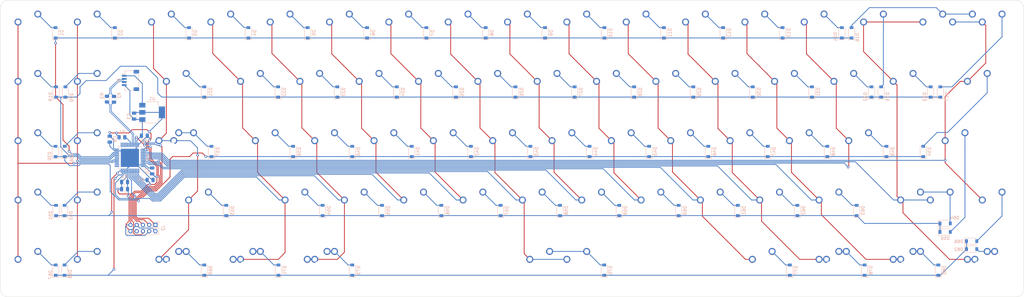
<source format=kicad_pcb>
(kicad_pcb (version 20211014) (generator pcbnew)
  (layers (0 "F.Cu" signal) (31 "B.Cu" signal) (34 "B.Paste" user) (35 "F.Paste" user) (36 "B.SilkS" user "B.Silkscreen") (37 "F.SilkS" user "F.Silkscreen") (38 "B.Mask" user) (39 "F.Mask" user) (44 "Edge.Cuts" user))
  (net 0 "")
  (net 1 "+3.3V")
  (net 2 "GND")
  (net 3 "Row0")
  (net 4 "Net-(D1-Pad2)")
  (net 5 "Row1")
  (net 6 "Net-(D2-Pad2)")
  (net 7 "Row2")
  (net 8 "Net-(D3-Pad2)")
  (net 9 "Row3")
  (net 10 "Net-(D4-Pad2)")
  (net 11 "Row4")
  (net 12 "Net-(D5-Pad2)")
  (net 13 "Net-(D6-Pad2)")
  (net 14 "Net-(D7-Pad2)")
  (net 15 "Net-(D8-Pad2)")
  (net 16 "Net-(D9-Pad2)")
  (net 17 "Net-(D82-Pad2)")
  (net 18 "Net-(J1-Pad1)")
  (net 19 "Net-(D10-Pad2)")
  (net 20 "Net-(D11-Pad2)")
  (net 21 "Net-(D12-Pad2)")
  (net 22 "Net-(D13-Pad2)")
  (net 23 "Net-(D14-Pad2)")
  (net 24 "Net-(D15-Pad2)")
  (net 25 "Net-(D19-Pad2)")
  (net 26 "Net-(D20-Pad2)")
  (net 27 "Net-(D21-Pad2)")
  (net 28 "Net-(D22-Pad2)")
  (net 29 "Net-(D23-Pad2)")
  (net 30 "Net-(D24-Pad2)")
  (net 31 "Net-(D25-Pad2)")
  (net 32 "Net-(D26-Pad2)")
  (net 33 "Net-(D27-Pad2)")
  (net 34 "Net-(D28-Pad2)")
  (net 35 "Net-(D29-Pad2)")
  (net 36 "Net-(D30-Pad2)")
  (net 37 "Net-(D31-Pad2)")
  (net 38 "Net-(D32-Pad2)")
  (net 39 "Net-(D33-Pad2)")
  (net 40 "Net-(D34-Pad2)")
  (net 41 "Net-(D35-Pad2)")
  (net 42 "Net-(D36-Pad2)")
  (net 43 "Net-(D37-Pad2)")
  (net 44 "Net-(D39-Pad2)")
  (net 45 "Net-(D40-Pad2)")
  (net 46 "Net-(D41-Pad2)")
  (net 47 "Net-(D42-Pad2)")
  (net 48 "Net-(D43-Pad2)")
  (net 49 "Net-(D44-Pad2)")
  (net 50 "Net-(D45-Pad2)")
  (net 51 "Net-(D46-Pad2)")
  (net 52 "Net-(D47-Pad2)")
  (net 53 "Net-(D48-Pad2)")
  (net 54 "Net-(D49-Pad2)")
  (net 55 "Net-(D51-Pad2)")
  (net 56 "Net-(D52-Pad2)")
  (net 57 "Net-(D53-Pad2)")
  (net 58 "Net-(D54-Pad2)")
  (net 59 "Net-(D55-Pad2)")
  (net 60 "Net-(D56-Pad2)")
  (net 61 "Net-(D57-Pad2)")
  (net 62 "Net-(D58-Pad2)")
  (net 63 "Net-(D59-Pad2)")
  (net 64 "Net-(D60-Pad2)")
  (net 65 "Net-(D61-Pad2)")
  (net 66 "Net-(D62-Pad2)")
  (net 67 "Net-(D63-Pad2)")
  (net 68 "Net-(D64-Pad2)")
  (net 69 "Net-(D66-Pad2)")
  (net 70 "Net-(D67-Pad2)")
  (net 71 "Net-(D68-Pad2)")
  (net 72 "Net-(D71-Pad2)")
  (net 73 "Net-(D73-Pad2)")
  (net 74 "Net-(D77-Pad2)")
  (net 75 "Net-(D78-Pad2)")
  (net 76 "Net-(D80-Pad2)")
  (net 77 "Col0")
  (net 78 "Col1")
  (net 79 "Col2")
  (net 80 "Col3")
  (net 81 "Col4")
  (net 82 "Col5")
  (net 83 "Col6")
  (net 84 "Col7")
  (net 85 "Col8")
  (net 86 "Col9")
  (net 87 "Col10")
  (net 88 "Col11")
  (net 89 "Col12")
  (net 90 "Col13")
  (net 91 "Col14")
  (net 92 "Col15")
  (net 93 "Net-(J2-Pad1)")
  (net 94 "Net-(J2-Pad3)")
  (net 95 "Net-(D16-Pad2)")
  (net 96 "Net-(J2-Pad5)")
  (net 97 "Net-(J2-Pad6)")
  (net 99 "Net-(R1-Pad1)")
  (net 100 "Net-(D17-Pad2)")
  (net 101 "Net-(D69-Pad2)")
  (net 102 "Net-(D75-Pad2)")
  (net 103 "/D-")
  (net 104 "/D+")
  (net 105 "/MCU_D+")
  (net 106 "/MCU_D-")
  (net 107 "Net-(D50-Pad2)")
  (footprint "MX_Only:MXOnly-1U-NoLED" (layer "F.Cu") (at 417.14325 101.227)
    (fp_text reference "MX30")
    (fp_text value "MX-NoLED")
  )
  (footprint "MX_Only:MXOnly-1U-NoLED" (layer "F.Cu") (at 326.65575 120.277)
    (fp_text reference "MX42")
    (fp_text value "MX-NoLED")
  )
  (footprint "MX_Only:MXOnly-1U-NoLED" (layer "F.Cu") (at 369.51825 158.377)
    (fp_text reference "MX76")
    (fp_text value "MX-NoLED")
  )
  (footprint "MX_Only:MXOnly-1U-NoLED" (layer "F.Cu") (at 364.75575 120.277)
    (fp_text reference "MX44")
    (fp_text value "MX-NoLED")
  )
  (footprint "MX_Only:MXOnly-1U-NoLED" (layer "F.Cu") (at 450.48075 158.377)
    (fp_text reference "MX78")
    (fp_text value "MX-NoLED")
  )
  (footprint "MX_Only:MXOnly-1U-NoLED" (layer "F.Cu") (at 240.93075 158.377)
    (fp_text reference "MX70")
    (fp_text value "MX-NoLED")
  )
  (footprint "MX_Only:MXOnly-1U-NoLED" (layer "F.Cu") (at 307.60575 120.277)
    (fp_text reference "MX41")
    (fp_text value "MX-NoLED")
  )
  (footprint "MX_Only:MXOnly-1U-NoLED" (layer "F.Cu") (at 498.10575 101.227)
    (fp_text reference "MX34")
    (fp_text value "MX-NoLED")
  )
  (footprint "MX_Only:MXOnly-1U-NoLED" (layer "F.Cu") (at 388.56825 82.177)
    (fp_text reference "MX11")
    (fp_text value "MX-NoLED")
  )
  (footprint "MX_Only:MXOnly-1U-NoLED" (layer "F.Cu") (at 264.74325 158.377)
    (fp_text reference "MX72")
    (fp_text value "MX-NoLED")
  )
  (footprint "MX_Only:MXOnly-1U-NoLED" (layer "F.Cu") (at 345.70575 120.277)
    (fp_text reference "MX43")
    (fp_text value "MX-NoLED")
  )
  (footprint "MX_Only:MXOnly-1U-NoLED" (layer "F.Cu") (at 262.362 158.377)
    (fp_text reference "MX71")
    (fp_text value "MX-NoLED")
  )
  (footprint "MX_Only:MXOnly-1U-NoLED" (layer "F.Cu") (at 212.35575 139.327)
    (fp_text reference "MX52")
    (fp_text value "MX-NoLED")
  )
  (footprint "MX_Only:MXOnly-1U-NoLED" (layer "F.Cu") (at 336.18075 139.327)
    (fp_text reference "MX57")
    (fp_text value "MX-NoLED")
  )
  (footprint "MX_Only:MXOnly-1U-NoLED" (layer "F.Cu") (at 502.86825 82.177)
    (fp_text reference "MX18")
    (fp_text value "MX-NoLED")
  )
  (footprint "MX_Only:MXOnly-1U-NoLED" (layer "F.Cu") (at 288.55575 120.277)
    (fp_text reference "MX40")
    (fp_text value "MX-NoLED")
  )
  (footprint "MX_Only:MXOnly-1U-NoLED" (layer "F.Cu") (at 464.76825 82.177)
    (fp_text reference "MX15")
    (fp_text value "MX-NoLED")
  )
  (footprint "MX_Only:MXOnly-1U-NoLED" (layer "F.Cu") (at 340.94325 101.227)
    (fp_text reference "MX26")
    (fp_text value "MX-NoLED")
  )
  (footprint "MX_Only:MXOnly-1U-NoLED" (layer "F.Cu") (at 269.50575 120.277)
    (fp_text reference "MX39")
    (fp_text value "MX-NoLED")
  )
  (footprint "MX_Only:MXOnly-1U-NoLED" (layer "F.Cu") (at 312.36825 82.177)
    (fp_text reference "MX7")
    (fp_text value "MX-NoLED")
  )
  (footprint "MX_Only:MXOnly-1U-NoLED" (layer "F.Cu") (at 279.03075 139.327)
    (fp_text reference "MX54")
    (fp_text value "MX-NoLED")
  )
  (footprint "MX_Only:MXOnly-1U-NoLED" (layer "F.Cu") (at 236.16825 82.177)
    (fp_text reference "MX3")
    (fp_text value "MX-NoLED")
  )
  (footprint "MX_Only:MXOnly-1U-NoLED" (layer "F.Cu") (at 212.35575 101.227)
    (fp_text reference "MX20")
    (fp_text value "MX-NoLED")
  )
  (footprint "MX_Only:MXOnly-1U-NoLED" (layer "F.Cu") (at 193.30575 139.327)
    (fp_text reference "MX51")
    (fp_text value "MX-NoLED")
  )
  (footprint "MX_Only:MXOnly-1U-NoLED" (layer "F.Cu") (at 450.48075 139.327)
    (fp_text reference "MX63")
    (fp_text value "MX-NoLED")
  )
  (footprint "MX_Only:MXOnly-1U-NoLED" (layer "F.Cu") (at 412.38075 139.327)
    (fp_text reference "MX61")
    (fp_text value "MX-NoLED")
  )
  (footprint "MX_Only:MXOnly-1U-NoLED" (layer "F.Cu") (at 498.10575 158.377)
    (fp_text reference "MX82")
    (fp_text value "MX-NoLED")
  )
  (footprint "MX_Only:MXOnly-1U-NoLED" (layer "F.Cu") (at 445.71825 82.177)
    (fp_text reference "MX14")
    (fp_text value "MX-NoLED")
  )
  (footprint "MX_Only:MXOnly-1U-NoLED" (layer "F.Cu") (at 460.00575 120.277)
    (fp_text reference "MX49")
    (fp_text value "MX-NoLED")
  )
  (footprint "MX_Only:MXOnly-1U-NoLED" (layer "F.Cu") (at 212.35575 82.177)
    (fp_text reference "MX2")
    (fp_text value "MX-NoLED")
  )
  (footprint "MX_Only:MXOnly-1U-NoLED" (layer "F.Cu") (at 212.35575 120.277)
    (fp_text reference "MX36")
    (fp_text value "MX-NoLED")
  )
  (footprint "MX_Only:MXOnly-1U-NoLED" (layer "F.Cu") (at 357.612 158.377)
    (fp_text reference "MX75")
    (fp_text value "MX-NoLED")
  )
  (footprint "MX_Only:MXOnly-1U-NoLED" (layer "F.Cu") (at 476.6745 139.327)
    (fp_text reference "MX64")
    (fp_text value "MX-NoLED")
  )
  (footprint "MX_Only:MXOnly-1U-NoLED" (layer "F.Cu") (at 421.90575 120.277)
    (fp_text reference "MX47")
    (fp_text value "MX-NoLED")
  )
  (footprint "MX_Only:MXOnly-1U-NoLED" (layer "F.Cu") (at 317.13075 139.327)
    (fp_text reference "MX56")
    (fp_text value "MX-NoLED")
  )
  (footprint "MX_Only:MXOnly-1U-NoLED" (layer "F.Cu") (at 500.487 158.377)
    (fp_text reference "MX83")
    (fp_text value "MX-NoLED")
  )
  (footprint "MX_Only:MXOnly-1U-NoLED" (layer "F.Cu") (at 331.41825 82.177)
    (fp_text reference "MX8")
    (fp_text value "MX-NoLED")
  )
  (footprint "MX_Only:MXOnly-1U-NoLED" (layer "F.Cu") (at 426.66825 82.177)
    (fp_text reference "MX13")
    (fp_text value "MX-NoLED")
  )
  (footprint "MX_Only:MXOnly-1U-NoLED" (layer "F.Cu") (at 474.29325 158.377)
    (fp_text reference "MX80")
    (fp_text value "MX-NoLED")
  )
  (footprint "MX_Only:MXOnly-1U-NoLED" (layer "F.Cu") (at 193.30575 82.177)
    (fp_text reference "MX1")
    (fp_text value "MX-NoLED")
  )
  (footprint "MX_Only:MXOnly-1U-NoLED" (layer "F.Cu") (at 431.43075 139.327)
    (fp_text reference "MX62")
    (fp_text value "MX-NoLED")
  )
  (footprint "MX_Only:MXOnly-1U-NoLED" (layer "F.Cu") (at 474.29325 101.227)
    (fp_text reference "MX33")
    (fp_text value "MX-NoLED")
  )
  (footprint "MX_Only:MXOnly-1U-NoLED" (layer "F.Cu") (at 355.23075 139.327)
    (fp_text reference "MX58")
    (fp_text value "MX-NoLED")
  )
  (footprint "MX_Only:MXOnly-1U-NoLED" (layer "F.Cu") (at 248.0745 139.327)
    (fp_text reference "MX53")
    (fp_text value "MX-NoLED")
  )
  (footprint "MX_Only:MXOnly-1U-NoLED" (layer "F.Cu") (at 436.19325 101.227)
    (fp_text reference "MX31")
    (fp_text value "MX-NoLED")
  )
  (footprint "MX_Only:MXOnly-1U-NoLED" (layer "F.Cu") (at 398.09325 101.227)
    (fp_text reference "MX29")
    (fp_text value "MX-NoLED")
  )
  (footprint "MX_Only:MXOnly-1U-NoLED" (layer "F.Cu") (at 293.31825 82.177)
    (fp_text reference "MX6")
    (fp_text value "MX-NoLED")
  )
  (footprint "MX_Only:MXOnly-1U-NoLED" (layer "F.Cu") (at 193.30575 120.277)
    (fp_text reference "MX35")
    (fp_text value "MX-NoLED")
  )
  (footprint "MX_Only:MXOnly-1U-NoLED" (layer "F.Cu") (at 440.95575 120.277)
    (fp_text reference "MX48")
    (fp_text value "MX-NoLED")
  )
  (footprint "MX_Only:MXOnly-1U-NoLED" (layer "F.Cu") (at 452.862 158.377)
    (fp_text reference "MX79")
    (fp_text value "MX-NoLED")
  )
  (footprint "MX_Only:MXOnly-1U-NoLED" (layer "F.Cu") (at 502.86825 139.327)
    (fp_text reference "MX66")
    (fp_text value "MX-NoLED")
  )
  (footprint "MX_Only:MXOnly-1U-NoLED" (layer "F.Cu") (at 407.61825 82.177)
    (fp_text reference "MX12")
    (fp_text value "MX-NoLED")
  )
  (footprint "MX_Only:MXOnly-1U-NoLED" (layer "F.Cu") (at 379.04325 101.227)
    (fp_text reference "MX28")
    (fp_text value "MX-NoLED")
  )
  (footprint "MX_Only:MXOnly-1U-NoLED" (layer "F.Cu") (at 238.5495 120.277)
    (fp_text reference "MX37")
    (fp_text value "MX-NoLED")
  )
  (footprint "MX_Only:MXOnly-1U-NoLED" (layer "F.Cu") (at 374.28075 139.327)
    (fp_text reference "MX59")
    (fp_text value "MX-NoLED")
  )
  (footprint "MX_Only:MXOnly-1U-NoLED" (layer "F.Cu") (at 490.962 120.277)
    (fp_text reference "MX50")
    (fp_text value "MX-NoLED")
  )
  (footprint "MX_Only:MXOnly-1U-NoLED" (layer "F.Cu") (at 486.1995 139.327)
    (fp_text reference "MX65")
    (fp_text value "MX-NoLED")
  )
  (footprint "MX_Only:MXOnly-1U-NoLED" (layer "F.Cu") (at 476.6745 158.377)
    (fp_text reference "MX81")
    (fp_text value "MX-NoLED")
  )
  (footprint "MX_Only:MXOnly-1U-NoLED" (layer "F.Cu") (at 383.80575 120.277)
    (fp_text reference "MX45")
    (fp_text value "MX-NoLED")
  )
  (footprint "MX_Only:MXOnly-1U-NoLED" (layer "F.Cu") (at 298.08075 139.327)
    (fp_text reference "MX55")
    (fp_text value "MX-NoLED")
  )
  (footprint "MX_Only:MXOnly-1U-NoLED" (layer "F.Cu") (at 321.89325 101.227)
    (fp_text reference "MX25")
    (fp_text value "MX-NoLED")
  )
  (footprint "MX_Only:MXOnly-1U-NoLED" (layer "F.Cu") (at 255.21825 82.177)
    (fp_text reference "MX4")
    (fp_text value "MX-NoLED")
  )
  (footprint "MX_Only:MXOnly-1U-NoLED" (layer "F.Cu") (at 238.5495 158.377)
    (fp_text reference "MX69")
    (fp_text value "MX-NoLED")
  )
  (footprint "MX_Only:MXOnly-1U-NoLED" (layer "F.Cu") (at 455.24325 101.227)
    (fp_text reference "MX32")
    (fp_text value "MX-NoLED")
  )
  (footprint "MX_Only:MXOnly-1U-NoLED" (layer "F.Cu") (at 350.46825 82.177)
    (fp_text reference "MX9")
    (fp_text value "MX-NoLED")
  )
  (footprint "MX_Only:MXOnly-1U-NoLED" (layer "F.Cu") (at 286.1745 158.377)
    (fp_text reference "MX73")
    (fp_text value "MX-NoLED")
  )
  (footprint "MX_Only:MXOnly-1U-NoLED" (layer "F.Cu") (at 493.34325 82.177)
    (fp_text reference "MX17")
    (fp_text value "MX-NoLED")
  )
  (footprint "MX_Only:MXOnly-1U-NoLED" (layer "F.Cu") (at 359.99325 101.227)
    (fp_text reference "MX27")
    (fp_text value "MX-NoLED")
  )
  (footprint "MX_Only:MXOnly-1U-NoLED" (layer "F.Cu") (at 288.55575 158.377)
    (fp_text reference "MX74")
    (fp_text value "MX-NoLED")
  )
  (footprint "MX_Only:MXOnly-1U-NoLED" (layer "F.Cu") (at 402.85575 120.277)
    (fp_text reference "MX46")
    (fp_text value "MX-NoLED")
  )
  (footprint "MX_Only:MXOnly-1U-NoLED" (layer "F.Cu") (at 193.30575 101.227)
    (fp_text reference "MX19")
    (fp_text value "MX-NoLED")
  )
  (footprint "MX_Only:MXOnly-1U-NoLED" (layer "F.Cu") (at 302.84325 101.227)
    (fp_text reference "MX24")
    (fp_text value "MX-NoLED")
  )
  (footprint "MX_Only:MXOnly-1U-NoLED" (layer "F.Cu") (at 283.79325 101.227)
    (fp_text reference "MX23")
    (fp_text value "MX-NoLED")
  )
  (footprint "MX_Only:MXOnly-1U-NoLED" (layer "F.Cu") (at 429.0495 158.377)
    (fp_text reference "MX77")
    (fp_text value "MX-NoLED")
  )
  (footprint "MX_Only:MXOnly-1U-NoLED" (layer "F.Cu") (at 369.51825 82.177)
    (fp_text reference "MX10")
    (fp_text value "MX-NoLED")
  )
  (footprint "MX_Only:MXOnly-1U-NoLED" (layer "F.Cu") (at 274.26825 82.177)
    (fp_text reference "MX5")
    (fp_text value "MX-NoLED")
  )
  (footprint "MX_Only:MXOnly-1U-NoLED" (layer "F.Cu") (at 240.93075 101.227)
    (fp_text reference "MX21")
    (fp_text value "MX-NoLED")
  )
  (footprint "MX_Only:MXOnly-1U-NoLED" (layer "F.Cu") (at 193.30575 158.377)
    (fp_text reference "MX67")
    (fp_text value "MX-NoLED")
  )
  (footprint "MX_Only:MXOnly-1U-NoLED" (layer "F.Cu") (at 243.312 120.277)
    (fp_text reference "MX38")
    (fp_text value "MX-NoLED")
  )
  (footprint "MX_Only:MXOnly-1U-NoLED" (layer "F.Cu") (at 393.33075 139.327)
    (fp_text reference "MX60")
    (fp_text value "MX-NoLED")
  )
  (footprint "MX_Only:MXOnly-1U-NoLED" (layer "F.Cu") (at 212.35575 158.377)
    (fp_text reference "MX68")
    (fp_text value "MX-NoLED")
  )
  (footprint "MX_Only:MXOnly-1U-NoLED" (layer "F.Cu") (at 264.74325 101.227)
    (fp_text reference "MX22")
    (fp_text value "MX-NoLED")
  )
  (footprint "MX_Only:MXOnly-1U-NoLED" (layer "F.Cu") (at 483.81825 82.177)
    (fp_text reference "MX16")
    (fp_text value "MX-NoLED")
  )
  (footprint "Diode_SMD:D_SOD-123" (layer "B.Cu") (at 461.3 159.3 90)
    (fp_text reference "D78")
    (fp_text value "D_Small")
  )
  (footprint "Package_TO_SOT_SMD:SOT-223-3_TabPin2" (layer "B.Cu") (at 232.55 108.65)
    (fp_text reference "U1")
    (fp_text value "AMS1117-3.3")
  )
  (footprint "Diode_SMD:D_SOD-123" (layer "B.Cu") (at 287.3 140.15 90)
    (fp_text reference "D54")
    (fp_text value "D_Small")
  )
  (footprint "Diode_SMD:D_SOD-123" (layer "B.Cu") (at 263.45 83.1 90)
    (fp_text reference "D4")
    (fp_text value "D_Small")
  )
  (footprint "Diode_SMD:D_SOD-123" (layer "B.Cu") (at 311.1 102.1 90)
    (fp_text reference "D24")
    (fp_text value "D_Small")
  )
  (footprint "Diode_SMD:D_SOD-123" (layer "B.Cu") (at 330.1 102.1 90)
    (fp_text reference "D25")
    (fp_text value "D_Small")
  )
  (footprint "Diode_SMD:D_SOD-123" (layer "B.Cu") (at 377.75 83.1 90)
    (fp_text reference "D10")
    (fp_text value "D_Small")
  )
  (footprint "Diode_SMD:D_SOD-123" (layer "B.Cu") (at 368.2 102.1 90)
    (fp_text reference "D27")
    (fp_text value "D_Small")
  )
  (footprint "Diode_SMD:D_SOD-123" (layer "B.Cu") (at 220.599 83.1 90)
    (fp_text reference "D2")
    (fp_text value "D_Small")
  )
  (footprint "Capacitor_SMD:C_0805_2012Metric" (layer "B.Cu") (at 226.75 109.85 90)
    (fp_text reference "C3")
    (fp_text value "10nF")
  )
  (footprint "Diode_SMD:D_SOD-123" (layer "B.Cu") (at 201.549 83.1 90)
    (fp_text reference "D1")
    (fp_text value "D_Small")
  )
  (footprint "Capacitor_SMD:C_0805_2012Metric" (layer "B.Cu") (at 231.9 130.35 180)
    (fp_text reference "C7")
    (fp_text value "100nF")
  )
  (footprint "Package_QFP:LQFP-48_7x7mm_P0.5mm" (layer "B.Cu") (at 225.4 123.25 90)
    (fp_text reference "U2")
    (fp_text value "STM32F072CBTx")
  )
  (footprint "Diode_SMD:D_SOD-123" (layer "B.Cu") (at 495.65 150)
    (fp_text reference "D66")
    (fp_text value "D_Small")
  )
  (footprint "Diode_SMD:D_SOD-123" (layer "B.Cu") (at 485.6 102.1 90)
    (fp_text reference "D17")
    (fp_text value "D_Small")
  )
  (footprint "Diode_SMD:D_SOD-123" (layer "B.Cu") (at 251.6 121.2 90)
    (fp_text reference "D37")
    (fp_text value "D_Small")
  )
  (footprint "Diode_SMD:D_SOD-123" (layer "B.Cu") (at 449.3 121.2 90)
    (fp_text reference "D48")
    (fp_text value "D_Small")
  )
  (footprint "Diode_SMD:D_SOD-123" (layer "B.Cu") (at 457.1 83.1 90)
    (fp_text reference "D16")
    (fp_text value "D_Small")
  )
  (footprint "Resistor_SMD:R_0805_2012Metric" (layer "B.Cu") (at 220.3 104.45 -90)
    (fp_text reference "R2")
    (fp_text value "22")
  )
  (footprint "Diode_SMD:D_SOD-123" (layer "B.Cu") (at 382.5 140.15 90)
    (fp_text reference "D59")
    (fp_text value "D_Small")
  )
  (footprint "Diode_SMD:D_SOD-123" (layer "B.Cu") (at 458.75 140.15 90)
    (fp_text reference "D63")
    (fp_text value "D_Small")
  )
  (footprint "Diode_SMD:D_SOD-123" (layer "B.Cu") (at 495.65 152.55)
    (fp_text reference "D82")
    (fp_text value "D_Small")
  )
  (footprint "Diode_SMD:D_SOD-123" (layer "B.Cu") (at 273.1 159.3 90)
    (fp_text reference "D71")
    (fp_text value "D_Small")
  )
  (footprint "Diode_SMD:D_SOD-123" (layer "B.Cu") (at 439.7 140.15 90)
    (fp_text reference "D62")
    (fp_text value "D_Small")
  )
  (footprint "Diode_SMD:D_SOD-123" (layer "B.Cu") (at 201.6 159.3 90)
    (fp_text reference "D67")
    (fp_text value "D_Small")
  )
  (footprint "Diode_SMD:D_SOD-123" (layer "B.Cu") (at 437.3 159.3 90)
    (fp_text reference "D77")
    (fp_text value "D_Small")
  )
  (footprint "Diode_SMD:D_SOD-123" (layer "B.Cu") (at 396.85 83.1 90)
    (fp_text reference "D11")
    (fp_text value "D_Small")
  )
  (footprint "Diode_SMD:D_SOD-123" (layer "B.Cu") (at 425.4 102.1 90)
    (fp_text reference "D30")
    (fp_text value "D_Small")
  )
  (footprint "Diode_SMD:D_SOD-123" (layer "B.Cu") (at 377.7 159.3 90)
    (fp_text reference "D75")
    (fp_text value "D_Small")
  )
  (footprint "Diode_SMD:D_SOD-123" (layer "B.Cu") (at 282.5 83.1 90)
    (fp_text reference "D5")
    (fp_text value "D_Small")
  )
  (footprint "Diode_SMD:D_SOD-123" (layer "B.Cu") (at 415.85 83.1 90)
    (fp_text reference "D12")
    (fp_text value "D_Small")
  )
  (footprint "Diode_SMD:D_SOD-123" (layer "B.Cu") (at 344.45 140.15 90)
    (fp_text reference "D57")
    (fp_text value "D_Small")
  )
  (footprint "Diode_SMD:D_SOD-123" (layer "B.Cu") (at 296.8 159.3 90)
    (fp_text reference "D73")
    (fp_text value "D_Small")
  )
  (footprint "Diode_SMD:D_SOD-123" (layer "B.Cu") (at 244.4 83.1 90)
    (fp_text reference "D3")
    (fp_text value "D_Small")
  )
  (footprint "Diode_SMD:D_SOD-123" (layer "B.Cu") (at 420.6 140.15 90)
    (fp_text reference "D61")
    (fp_text value "D_Small")
  )
  (footprint "Diode_SMD:D_SOD-123" (layer "B.Cu") (at 480.1 121.2 90)
    (fp_text reference "D34")
    (fp_text value "D_Small")
  )
  (footprint "Diode_SMD:D_SOD-123" (layer "B.Cu") (at 292 102.1 90)
    (fp_text reference "D23")
    (fp_text value "D_Small")
  )
  (footprint "Capacitor_SMD:C_0805_2012Metric" (layer "B.Cu") (at 230.05 116.15)
    (fp_text reference "C2")
    (fp_text value "100nF")
  )
  (footprint "Diode_SMD:D_SOD-123" (layer "B.Cu") (at 363.5 140.15 90)
    (fp_text reference "D58")
    (fp_text value "D_Small")
  )
  (footprint "Diode_SMD:D_SOD-123" (layer "B.Cu") (at 201.549 121.2 90)
    (fp_text reference "D35")
    (fp_text value "D_Small")
  )
  (footprint "Capacitor_SMD:C_0805_2012Metric" (layer "B.Cu") (at 223.7 131 180)
    (fp_text reference "C4")
    (fp_text value "1μF")
  )
  (footprint "Diode_SMD:D_SOD-123" (layer "B.Cu") (at 204.5 121.2 90)
    (fp_text reference "D36")
    (fp_text value "D_Small")
  )
  (footprint "Diode_SMD:D_SOD-123" (layer "B.Cu") (at 411.1 121.2 90)
    (fp_text reference "D46")
    (fp_text value "D_Small")
  )
  (footprint "Diode_SMD:D_SOD-123" (layer "B.Cu") (at 454 83.1 90)
    (fp_text reference "D14")
    (fp_text value "D_Small")
  )
  (footprint "Diode_SMD:D_SOD-123" (layer "B.Cu") (at 387.3 102.1 90)
    (fp_text reference "D28")
    (fp_text value "D_Small")
  )
  (footprint "Diode_SMD:D_SOD-123" (layer "B.Cu") (at 201.7 140.15 90)
    (fp_text reference "D51")
    (fp_text value "D_Small")
  )
  (footprint "Diode_SMD:D_SOD-123" (layer "B.Cu") (at 315.9 121.2 90)
    (fp_text reference "D41")
    (fp_text value "D_Small")
  )
  (footprint "Diode_SMD:D_SOD-123" (layer "B.Cu") (at 463.5 102.1 90)
    (fp_text reference "D32")
    (fp_text value "D_Small")
  )
  (footprint "Diode_SMD:D_SOD-123" (layer "B.Cu") (at 339.65 83.1 90)
    (fp_text reference "D8")
    (fp_text value "D_Small")
  )
  (footprint "Diode_SMD:D_SOD-123" (layer "B.Cu") (at 484.95 159.3 90)
    (fp_text reference "D80")
    (fp_text value "D_Small")
  )
  (footprint "Diode_SMD:D_SOD-123" (layer "B.Cu") (at 334.9 121.2 90)
    (fp_text reference "D42")
    (fp_text value "D_Small")
  )
  (footprint "Diode_SMD:D_SOD-123" (layer "B.Cu") (at 249.3 102.1 90)
    (fp_text reference "D21")
    (fp_text value "D_Small")
  )
  (footprint "Capacitor_SMD:C_0805_2012Metric" (layer "B.Cu") (at 223.7 133.3)
    (fp_text reference "C1")
    (fp_text value "10μF")
  )
  (footprint "Connector_PinSocket_2.00mm:PinSocket_2x05_P2.00mm_Vertical" (layer "B.Cu") (at 233.6 144.8 90)
    (fp_text reference "J2")
    (fp_text value "Programming Header")
  )
  (footprint "Diode_SMD:D_SOD-123" (layer "B.Cu") (at 354 121.2 90)
    (fp_text reference "D43")
    (fp_text value "D_Small")
  )
  (footprint "Diode_SMD:D_SOD-123" (layer "B.Cu") (at 392.1 121.2 90)
    (fp_text reference "D45")
    (fp_text value "D_Small")
  )
  (footprint "Diode_SMD:D_SOD-123" (layer "B.Cu") (at 204.45 159.3 90)
    (fp_text reference "D68")
    (fp_text value "D_Small")
  )
  (footprint "Diode_SMD:D_SOD-123" (layer "B.Cu") (at 201.7 102.1 90)
    (fp_text reference "D19")
    (fp_text value "D_Small")
  )
  (footprint "Diode_SMD:D_SOD-123" (layer "B.Cu") (at 349.2 102.1 90)
    (fp_text reference "D26")
    (fp_text value "D_Small")
  )
  (footprint "Diode_SMD:D_SOD-123" (layer "B.Cu") (at 277.8 121.2 90)
    (fp_text reference "D39")
    (fp_text value "D_Small")
  )
  (footprint "Diode_SMD:D_SOD-123" (layer "B.Cu") (at 320.6 83.1 90)
    (fp_text reference "D7")
    (fp_text value "D_Small")
  )
  (footprint "Resistor_SMD:R_0805_2012Metric" (layer "B.Cu") (at 222.85 116.65 180)
    (fp_text reference "R1")
    (fp_text value "51K")
  )
  (footprint "Connector_JST:JST_SH_SM04B-SRSS-TB_1x04-1MP_P1.00mm_Horizontal" (layer "B.Cu") (at 225.6 98.4 -90)
    (fp_text reference "J1")
    (fp_text value "Conn_01x04_Female")
  )
  (footprint "Diode_SMD:D_SOD-123" (layer "B.Cu") (at 306.35 140.15 90)
    (fp_text reference "D55")
    (fp_text value "D_Small")
  )
  (footprint "Diode_SMD:D_SOD-123" (layer "B.Cu") (at 444.4 102.1 90)
    (fp_text reference "D31")
    (fp_text value "D_Small")
  )
  (footprint "Diode_SMD:D_SOD-123" (layer "B.Cu") (at 273 102.1 90)
    (fp_text reference "D22")
    (fp_text value "D_Small")
  )
  (footprint "Diode_SMD:D_SOD-123" (layer "B.Cu") (at 401.6 140.15 90)
    (fp_text reference "D60")
    (fp_text value "D_Small")
  )
  (footprint "Diode_SMD:D_SOD-123" (layer "B.Cu") (at 466.6 102.1 90)
    (fp_text reference "D15")
    (fp_text value "D_Small")
  )
  (footprint "Diode_SMD:D_SOD-123" (layer "B.Cu") (at 256.35 140.15 90)
    (fp_text reference "D53")
    (fp_text value "D_Small")
  )
  (footprint "Diode_SMD:D_SOD-123" (layer "B.Cu") (at 204.7 102.1 90)
    (fp_text reference "D20")
    (fp_text value "D_Small")
  )
  (footprint "Diode_SMD:D_SOD-123" (layer "B.Cu") (at 301.55 83.1 90)
    (fp_text reference "D6")
    (fp_text value "D_Small")
  )
  (footprint "Capacitor_SMD:C_0805_2012Metric" (layer "B.Cu") (at 232.55 127.45 -90)
    (fp_text reference "C5")
    (fp_text value "100nF")
  )
  (footprint "Diode_SMD:D_SOD-123" (layer "B.Cu") (at 430.2 121.2 90)
    (fp_text reference "D47")
    (fp_text value "D_Small")
  )
  (footprint "Diode_SMD:D_SOD-123" (layer "B.Cu") (at 325.4 140.15 90)
    (fp_text reference "D56")
    (fp_text value "D_Small")
  )
  (footprint "Diode_SMD:D_SOD-123" (layer "B.Cu") (at 468.3 121.2 90)
    (fp_text reference "D49")
    (fp_text value "D_Small")
  )
  (footprint "Diode_SMD:D_SOD-123" (layer "B.Cu") (at 249.3 159.3 90)
    (fp_text reference "D69")
    (fp_text value "D_Small")
  )
  (footprint "Diode_SMD:D_SOD-123" (layer "B.Cu") (at 296.8 121.2 90)
    (fp_text reference "D40")
    (fp_text value "D_Small")
  )
  (footprint "Diode_SMD:D_SOD-123" (layer "B.Cu") (at 204.45 140.15 90)
    (fp_text reference "D52")
    (fp_text value "D_Small")
  )
  (footprint "Diode_SMD:D_SOD-123" (layer "B.Cu") (at 434.95 83.1 90)
    (fp_text reference "D13")
    (fp_text value "D_Small")
  )
  (footprint "Diode_SMD:D_SOD-123" (layer "B.Cu") (at 358.7 83.1 90)
    (fp_text reference "D9")
    (fp_text value "D_Small")
  )
  (footprint "Resistor_SMD:R_0805_2012Metric" (layer "B.Cu") (at 218.05 104.4 -90)
    (fp_text reference "R3")
    (fp_text value "22")
  )
  (footprint "Diode_SMD:D_SOD-123" (layer "B.Cu") (at 406.3 102.1 90)
    (fp_text reference "D29")
    (fp_text value "D_Small")
  )
  (footprint "Diode_SMD:D_SOD-123" (layer "B.Cu") (at 482.5 102.1 90)
    (fp_text reference "D33")
    (fp_text value "D_Small")
  )
  (footprint "Diode_SMD:D_SOD-123" (layer "B.Cu") (at 487.15 147.05)
    (fp_text reference "D50")
    (fp_text value "D_Small")
  )
  (footprint "Diode_SMD:D_SOD-123" (layer "B.Cu") (at 373 121.2 90)
    (fp_text reference "D44")
    (fp_text value "D_Small")
  )
  (footprint "Diode_SMD:D_SOD-123" (layer "B.Cu") (at 487.15 144.3)
    (fp_text reference "D64")
    (fp_text value "D_Small")
  )
  (footprint "Capacitor_SMD:C_0805_2012Metric" (layer "B.Cu") (at 218.95 117.25 90)
    (fp_text reference "C6")
    (fp_text value "100nF")
  )
  (gr_line (start 186.35 167.9) (end 509.892233 167.902233) (layer "Edge.Cuts") (width 0.1))
  (gr_arc (start 512.392233 165.402233) (mid 511.66 167.17) (end 509.892233 167.902233) (layer "Edge.Cuts") (width 0.1))
  (gr_line (start 186.3 72.65) (end 509.86 72.65) (layer "Edge.Cuts") (width 0.1))
  (gr_line (start 512.39 75.18) (end 512.392233 165.402233) (layer "Edge.Cuts") (width 0.1))
  (gr_arc (start 509.86 72.65) (mid 511.64898 73.39102) (end 512.39 75.18) (layer "Edge.Cuts") (width 0.1))
  (gr_arc (start 186.35 167.9) (mid 184.546878 167.153122) (end 183.8 165.35) (layer "Edge.Cuts") (width 0.1))
  (gr_line (start 183.8 75.15) (end 183.8 165.35) (layer "Edge.Cuts") (width 0.1))
  (gr_arc (start 183.8 75.15) (mid 184.532233 73.382233) (end 186.3 72.65) (layer "Edge.Cuts") (width 0.1))
  (segment (start 234.075 129.325) (end 234.075 131.088604) (width 0.25) (layer "F.Cu") (net 1))
  (segment (start 231.225 119.949695) (end 231.75 120.474695) (width 0.25) (layer "F.Cu") (net 1))
  (segment (start 231.75 123.75) (end 234.075 126.075) (width 0.25) (layer "F.Cu") (net 1))
  (segment (start 225.6 144.8) (end 225.6 135.3) (width 0.25) (layer "F.Cu") (net 1))
  (segment (start 232.2 115.5) (end 231.575 114.875) (width 0.25) (layer "F.Cu") (net 1))
  (segment (start 234.075 126.075) (end 234.075 127) (width 0.25) (layer "F.Cu") (net 1))
  (segment (start 231.75 120.474695) (end 231.75 123.75) (width 0.25) (layer "F.Cu") (net 1))
  (segment (start 233.369302 131.794302) (end 231.819302 131.794302) (width 0.25) (layer "F.Cu") (net 1))
  (segment (start 232.2 117.1) (end 232.2 115.5) (width 0.25) (layer "F.Cu") (net 1))
  (segment (start 231.75 117.55) (end 232.2 117.1) (width 0.25) (layer "F.Cu") (net 1))
  (segment (start 226.932706 133.967294) (end 226.05 134.85) (width 0.25) (layer "F.Cu") (net 1))
  (segment (start 231.75 117.55) (end 231.225 118.075) (width 0.25) (layer "F.Cu") (net 1))
  (segment (start 226.16 114.2) (end 229.2 114.2) (width 0.25) (layer "F.Cu") (net 1))
  (segment (start 219.85 115.25) (end 219.1 115.25) (width 0.25) (layer "F.Cu") (net 1))
  (segment (start 221.55 134.25) (end 222.15 134.85) (width 0.25) (layer "F.Cu") (net 1))
  (segment (start 221.55 133.3) (end 221.55 134.25) (width 0.25) (layer "F.Cu") (net 1))
  (segment (start 225.11 115.25) (end 226.16 114.2) (width 0.25) (layer "F.Cu") (net 1))
  (segment (start 228.982706 133.967294) (end 226.932706 133.967294) (width 0.25) (layer "F.Cu") (net 1))
  (segment (start 222.15 134.85) (end 226.05 134.85) (width 0.25) (layer "F.Cu") (net 1))
  (segment (start 221.1 115.25) (end 225.11 115.25) (width 0.25) (layer "F.Cu") (net 1))
  (segment (start 219.1 115.25) (end 218.95 115.1) (width 0.25) (layer "F.Cu") (net 1))
  (segment (start 234.075 131.088604) (end 233.369302 131.794302) (width 0.25) (layer "F.Cu") (net 1))
  (segment (start 231.575 114.875) (end 230.9 114.2) (width 0.25) (layer "F.Cu") (net 1))
  (segment (start 225.6 135.3) (end 226.05 134.85) (width 0.25) (layer "F.Cu") (net 1))
  (segment (start 231.225 118.075) (end 231.225 119.949695) (width 0.25) (layer "F.Cu") (net 1))
  (segment (start 221.1 115.25) (end 219.85 115.25) (width 0.25) (layer "F.Cu") (net 1))
  (segment (start 231.8 131.775) (end 231.175 131.775) (width 0.25) (layer "F.Cu") (net 1))
  (segment (start 230.9 114.2) (end 229.2 114.2) (width 0.25) (layer "F.Cu") (net 1))
  (segment (start 231.819302 131.794302) (end 231.8 131.775) (width 0.25) (layer "F.Cu") (net 1))
  (segment (start 231.175 131.775) (end 228.982706 133.967294) (width 0.25) (layer "F.Cu") (net 1))
  (segment (start 234.075 127) (end 234.075 129.325) (width 0.25) (layer "F.Cu") (net 1))
  (via (at 231.8 131.775) (size 0.8) (drill 0.4) (layers "F.Cu" "B.Cu") (net 1))
  (via (at 234.075 129.325) (size 0.8) (drill 0.4) (layers "F.Cu" "B.Cu") (net 1))
  (via (at 218.95 115.1) (size 0.8) (drill 0.4) (layers "F.Cu" "B.Cu") (net 1))
  (via (at 231.75 117.55) (size 0.8) (drill 0.4) (layers "F.Cu" "B.Cu") (net 1))
  (via (at 221.1 115.25) (size 0.8) (drill 0.4) (layers "F.Cu" "B.Cu") (net 1))
  (via (at 231.575 114.875) (size 0.8) (drill 0.4) (layers "F.Cu" "B.Cu") (net 1))
  (via (at 221.55 133.3) (size 0.8) (drill 0.4) (layers "F.Cu" "B.Cu") (net 1))
  (segment (start 235.7 110.75) (end 231.575 114.875) (width 0.25) (layer "B.Cu") (net 1))
  (segment (start 229.7 130.35) (end 230.95 130.35) (width 0.25) (layer "B.Cu") (net 1))
  (segment (start 227 108.65) (end 229.4 108.65) (width 0.25) (layer "B.Cu") (net 1))
  (segment (start 231.75 116.9) (end 231 116.15) (width 0.25) (layer "B.Cu") (net 1))
  (segment (start 230.2 148.2) (end 231.6 146.8) (width 0.25) (layer "B.Cu") (net 1))
  (segment (start 220.570711 120.5) (end 220.15 120.079289) (width 0.25) (layer "B.Cu") (net 1))
  (segment (start 229.4 108.65) (end 235.7 108.65) (width 0.25) (layer "B.Cu") (net 1))
  (segment (start 222.75 131) (end 222.75 133.3) (width 0.25) (layer "B.Cu") (net 1))
  (segment (start 229.5625 126) (end 230.15 126) (width 0.25) (layer "B.Cu") (net 1))
  (segment (start 218.95 115.1) (end 218.95 116.3) (width 0.25) (layer "B.Cu") (net 1))
  (segment (start 228.15 119.0875) (end 231 116.2375) (width 0.25) (layer "B.Cu") (net 1))
  (segment (start 224.5 148.2) (end 230.2 148.2) (width 0.25) (layer "B.Cu") (net 1))
  (segment (start 235.7 108.65) (end 235.7 110.75) (width 0.25) (layer "B.Cu") (net 1))
  (segment (start 234.075 129.325) (end 233.475 129.325) (width 0.25) (layer "B.Cu") (net 1))
  (segment (start 221.1 115.25) (end 221.1 115.8125) (width 0.25) (layer "B.Cu") (net 1))
  (segment (start 220.15 120.079289) (end 220.15 117.45) (width 0.25) (layer "B.Cu") (net 1))
  (segment (start 221.2375 120.5) (end 220.570711 120.5) (width 0.25) (layer "B.Cu") (net 1))
  (segment (start 231.8 131.775) (end 231.8 131.2) (width 0.25) (layer "B.Cu") (net 1))
  (segment (start 231.75 117.55) (end 231.75 116.9) (width 0.25) (layer "B.Cu") (net 1))
  (segment (start 228.15 128.8) (end 229.7 130.35) (width 0.25) (layer "B.Cu") (net 1))
  (segment (start 231 116.2375) (end 231 116.15) (width 0.25) (layer "B.Cu") (net 1))
  (segment (start 222.75 133.3) (end 221.55 133.3) (width 0.25) (layer "B.Cu") (net 1))
  (segment (start 233.475 129.325) (end 232.55 128.4) (width 0.25) (layer "B.Cu") (net 1))
  (segment (start 231.8 131.2) (end 230.95 130.35) (width 0.25) (layer "B.Cu") (net 1))
  (segment (start 230.15 126) (end 232.55 128.4) (width 0.25) (layer "B.Cu") (net 1))
  (segment (start 224.15 129.6) (end 222.75 131) (width 0.25) (layer "B.Cu") (net 1))
  (segment (start 219 116.3) (end 218.95 116.3) (width 0.25) (layer "B.Cu") (net 1))
  (segment (start 224.05 147.75) (end 224.5 148.2) (width 0.25) (layer "B.Cu") (net 1))
  (segment (start 224.05 145.2) (end 224.05 147.75) (width 0.25) (layer "B.Cu") (net 1))
  (segment (start 225.6 144.8) (end 224.45 144.8) (width 0.25) (layer "B.Cu") (net 1))
  (segment (start 221.1 115.8125) (end 221.9375 116.65) (width 0.25) (layer "B.Cu") (net 1))
  (segment (start 226.75 108.9) (end 227 108.65) (width 0.25) (layer "B.Cu") (net 1))
  (segment (start 224.45 144.8) (end 224.05 145.2) (width 0.25) (layer "B.Cu") (net 1))
  (segment (start 220.15 117.45) (end 219 116.3) (width 0.25) (layer "B.Cu") (net 1))
  (segment (start 224.15 127.4125) (end 224.15 129.6) (width 0.25) (layer "B.Cu") (net 1))
  (segment (start 228.15 127.4125) (end 228.15 128.8) (width 0.25) (layer "B.Cu") (net 1))
  (segment (start 224.2 144.55) (end 225.15 143.6) (width 0.25) (layer "F.Cu") (net 2))
  (segment (start 224.2 145.4) (end 224.2 144.55) (width 0.25) (layer "F.Cu") (net 2))
  (segment (start 225.15 135.849) (end 224.8755 135.5745) (width 0.25) (layer "F.Cu") (net 2))
  (segment (start 225.6 146.8) (end 224.2 145.4) (width 0.25) (layer "F.Cu") (net 2))
  (segment (start 225.15 143.6) (end 225.15 135.849) (width 0.25) (layer "F.Cu") (net 2))
  (via (at 224.8755 135.5745) (size 0.8) (drill 0.4) (layers "F.Cu" "B.Cu") (net 2))
  (segment (start 227.65 125.5) (end 228.1 125.5) (width 0.25) (layer "B.Cu") (net 2))
  (segment (start 232.5 130.35) (end 228.1 125.95) (width 0.25) (layer "B.Cu") (net 2))
  (segment (start 226.540685 121) (end 227.65 119.890685) (width 0.25) (layer "B.Cu") (net 2))
  (segment (start 221.2375 121) (end 220.434315 121) (width 0.25) (layer "B.Cu") (net 2))
  (segment (start 228.1 125.5) (end 229.5625 125.5) (width 0.25) (layer "B.Cu") (net 2))
  (segment (start 231.365685 126.5) (end 230.365685 125.5) (width 0.25) (layer "B.Cu") (net 2))
  (segment (start 225.4 109.45) (end 226.75 110.8) (width 0.25) (layer "B.Cu") (net 2))
  (segment (start 226.9 110.95) (end 229.4 110.95) (width 0.25) (layer "B.Cu") (net 2))
  (segment (start 229.4 110.95) (end 229.4 115.85) (width 0.25) (layer "B.Cu") (net 2))
  (segment (start 225.759315 125.5) (end 227.6 125.5) (width 0.25) (layer "B.Cu") (net 2))
  (segment (start 227.65 119.0875) (end 227.65 117.6) (width 0.25) (layer "B.Cu") (net 2))
  (segment (start 228.6 145.8) (end 232.6 145.8) (width 0.25) (layer "B.Cu") (net 2))
  (segment (start 224.8755 135.5745) (end 224.8755 133.5255) (width 0.25) (layer "B.Cu") (net 2))
  (segment (start 232.85 130.35) (end 232.5 130.35) (width 0.25) (layer "B.Cu") (net 2))
  (segment (start 225.4 101.7) (end 225.4 109.45) (width 0.25) (layer "B.Cu") (net 2))
  (segment (start 230.365685 125.5) (end 229.5625 125.5) (width 0.25) (layer "B.Cu") (net 2))
  (segment (start 228.1 125.95) (end 228.1 125.5) (width 0.25) (layer "B.Cu") (net 2))
  (segment (start 225.6 146.8) (end 227.6 144.8) (width 0.25) (layer "B.Cu") (net 2))
  (segment (start 224.65 127.4125) (end 224.65 126.609315) (width 0.25) (layer "B.Cu") (net 2))
  (segment (start 227.6 125.5) (end 227.65 125.5) (width 0.25) (layer "B.Cu") (net 2))
  (segment (start 226.75 110.8) (end 226.9 110.95) (width 0.25) (layer "B.Cu") (net 2))
  (segment (start 227.6 144.8) (end 228.6 145.8) (width 0.25) (layer "B.Cu") (net 2))
  (segment (start 221.2375 121) (end 226.540685 121) (width 0.25) (layer "B.Cu") (net 2))
  (segment (start 218.95 119.515685) (end 218.95 118.2) (width 0.25) (layer "B.Cu") (net 2))
  (segment (start 223.6 99.9) (end 225.4 101.7) (width 0.25) (layer "B.Cu") (net 2))
  (segment (start 224.8755 133.5255) (end 224.65 133.3) (width 0.25) (layer "B.Cu") (net 2))
  (segment (start 229.4 115.85) (end 229.1 116.15) (width 0.25) (layer "B.Cu") (net 2))
  (segment (start 220.434315 121) (end 218.95 119.515685) (width 0.25) (layer "B.Cu") (net 2))
  (segment (start 232.55 126.5) (end 231.365685 126.5) (width 0.25) (layer "B.Cu") (net 2))
  (segment (start 227.65 117.6) (end 229.1 116.15) (width 0.25) (layer "B.Cu") (net 2))
  (segment (start 224.65 126.609315) (end 225.759315 125.5) (width 0.25) (layer "B.Cu") (net 2))
  (segment (start 226.540685 121) (end 226.540685 124.71863) (width 0.25) (layer "B.Cu") (net 2))
  (segment (start 224.65 131) (end 224.65 133.3) (width 0.25) (layer "B.Cu") (net 2))
  (segment (start 232.6 145.8) (end 233.6 146.8) (width 0.25) (layer "B.Cu") (net 2))
  (segment (start 227.65 119.890685) (end 227.65 119.0875) (width 0.25) (layer "B.Cu") (net 2))
  (segment (start 226.540685 124.71863) (end 225.759315 125.5) (width 0.25) (layer "B.Cu") (net 2))
  (segment (start 224.65 127.4125) (end 224.65 131) (width 0.25) (layer "B.Cu") (net 2))
  (segment (start 203.925 117.525) (end 205.85 119.45) (width 0.25) (layer "F.Cu") (net 3))
  (segment (start 201.55 103.75) (end 203.925 106.125) (width 0.25) (layer "F.Cu") (net 3))
  (segment (start 205.915373 119.515373) (end 205.915373 121.149704) (width 0.25) (layer "F.Cu") (net 3))
  (segment (start 205.85 119.45) (end 205.915373 119.515373) (width 0.25) (layer "F.Cu") (net 3))
  (segment (start 203.925 106.125) (end 203.925 117.525) (width 0.25) (layer "F.Cu") (net 3))
  (segment (start 201.55 86.45) (end 201.55 103.75) (width 0.25) (layer "F.Cu") (net 3))
  (via (at 205.915373 121.149704) (size 0.8) (drill 0.4) (layers "F.Cu" "B.Cu") (net 3))
  (via (at 201.55 86.45) (size 0.8) (drill 0.4) (layers "F.Cu" "B.Cu") (net 3))
  (segment (start 209.748097 122.9) (end 218.761523 122.9) (width 0.25) (layer "B.Cu") (net 3))
  (segment (start 220.161523 121.5) (end 221.2375 121.5) (width 0.25) (layer "B.Cu") (net 3))
  (segment (start 282.5 84.75) (end 301.55 84.75) (width 0.25) (layer "B.Cu") (net 3))
  (segment (start 263.45 84.75) (end 282.5 84.75) (width 0.25) (layer "B.Cu") (net 3))
  (segment (start 457.1 84.75) (end 454 84.75) (width 0.25) (layer "B.Cu") (net 3))
  (segment (start 358.7 84.75) (end 377.75 84.75) (width 0.25) (layer "B.Cu") (net 3))
  (segment (start 206.715669 121.95) (end 208.798097 121.95) (width 0.25) (layer "B.Cu") (net 3))
  (segment (start 201.549 86.449) (end 201.55 86.45) (width 0.25) (layer "B.Cu") (net 3))
  (segment (start 244.4 84.75) (end 263.45 84.75) (width 0.25) (layer "B.Cu") (net 3))
  (segment (start 218.761523 122.9) (end 220.161523 121.5) (width 0.25) (layer "B.Cu") (net 3))
  (segment (start 377.75 84.75) (end 396.85 84.75) (width 0.25) (layer "B.Cu") (net 3))
  (segment (start 220.599 84.75) (end 244.4 84.75) (width 0.25) (layer "B.Cu") (net 3))
  (segment (start 320.6 84.75) (end 339.65 84.75) (width 0.25) (layer "B.Cu") (net 3))
  (segment (start 415.85 84.75) (end 434.95 84.75) (width 0.25) (layer "B.Cu") (net 3))
  (segment (start 434.95 84.75) (end 454 84.75) (width 0.25) (layer "B.Cu") (net 3))
  (segment (start 201.549 84.75) (end 201.549 86.449) (width 0.25) (layer "B.Cu") (net 3))
  (segment (start 396.85 84.75) (end 415.85 84.75) (width 0.25) (layer "B.Cu") (net 3))
  (segment (start 205.915373 121.149704) (end 206.715669 121.95) (width 0.25) (layer "B.Cu") (net 3))
  (segment (start 339.65 84.75) (end 358.7 84.75) (width 0.25) (layer "B.Cu") (net 3))
  (segment (start 301.55 84.75) (end 320.6 84.75) (width 0.25) (layer "B.Cu") (net 3))
  (segment (start 201.549 84.75) (end 220.599 84.75) (width 0.25) (layer "B.Cu") (net 3))
  (segment (start 208.798097 121.95) (end 209.748097 122.9) (width 0.25) (layer "B.Cu") (net 3))
  (segment (start 195.84575 77.097) (end 200.19875 81.45) (width 0.25) (layer "B.Cu") (net 4))
  (segment (start 200.19875 81.45) (end 201.549 81.45) (width 0.25) (layer "B.Cu") (net 4))
  (segment (start 209.4 100.45) (end 209.4 102.6) (width 0.25) (layer "B.Cu") (net 5))
  (segment (start 218.918169 123.37975) (end 220.297919 122) (width 0.25) (layer "B.Cu") (net 5))
  (segment (start 406.3 103.75) (end 425.4 103.75) (width 0.25) (layer "B.Cu") (net 5))
  (segment (start 222.35 93.85) (end 217.75 98.45) (width 0.25) (layer "B.Cu") (net 5))
  (segment (start 220.297919 122) (end 221.2375 122) (width 0.25) (layer "B.Cu") (net 5))
  (segment (start 485.6 103.75) (end 482.5 103.75) (width 0.25) (layer "B.Cu") (net 5))
  (segment (start 425.4 103.75) (end 444.4 103.75) (width 0.25) (layer "B.Cu") (net 5))
  (segment (start 203.15 103.75) (end 203.2 103.8) (width 0.25) (layer "B.Cu") (net 5))
  (segment (start 368.2 103.75) (end 387.3 103.75) (width 0.25) (layer "B.Cu") (net 5))
  (segment (start 235.6 103.75) (end 234.35 102.5) (width 0.25) (layer "B.Cu") (net 5))
  (segment (start 205.8 122.4) (end 208.611701 122.4) (width 0.25) (layer "B.Cu") (net 5))
  (segment (start 208.611701 122.4) (end 209.591451 123.37975) (width 0.25) (layer "B.Cu") (net 5))
  (segment (start 209.4 102.6) (end 208.25 103.75) (width 0.25) (layer "B.Cu") (net 5))
  (segment (start 292 103.75) (end 311.1 103.75) (width 0.25) (layer "B.Cu") (net 5))
  (segment (start 203.6 103.75) (end 204.7 103.75) (width 0.25) (layer "B.Cu") (net 5))
  (segment (start 203.2 119.8) (end 205.8 122.4) (width 0.25) (layer "B.Cu") (net 5))
  (segment (start 211.4 98.45) (end 209.4 100.45) (width 0.25) (layer "B.Cu") (net 5))
  (segment (start 249.3 103.75) (end 235.6 103.75) (width 0.25) (layer "B.Cu") (net 5))
  (segment (start 217.75 98.45) (end 211.4 98.45) (width 0.25) (layer "B.Cu") (net 5))
  (segment (start 230.55 93.85) (end 222.35 93.85) (width 0.25) (layer "B.Cu") (net 5))
  (segment (start 387.3 103.75) (end 406.3 103.75) (width 0.25) (layer "B.Cu") (net 5))
  (segment (start 466.6 103.75) (end 482.5 103.75) (width 0.25) (layer "B.Cu") (net 5))
  (segment (start 463.5 103.75) (end 466.6 103.75) (width 0.25) (layer "B.Cu") (net 5))
  (segment (start 203.2 103.8) (end 203.2 119.8) (width 0.25) (layer "B.Cu") (net 5))
  (segment (start 208.25 103.75) (end 206.75 103.75) (width 0.25) (layer "B.Cu") (net 5))
  (segment (start 201.7 103.75) (end 203.15 103.75) (width 0.25) (layer "B.Cu") (net 5))
  (segment (start 203.15 103.75) (end 203.6 103.75) (width 0.25) (layer "B.Cu") (net 5))
  (segment (start 209.591451 123.37975) (end 218.918169 123.37975) (width 0.25) (layer "B.Cu") (net 5))
  (segment (start 249.3 103.75) (end 273 103.75) (width 0.25) (layer "B.Cu") (net 5))
  (segment (start 349.2 103.75) (end 368.2 103.75) (width 0.25) (layer "B.Cu") (net 5))
  (segment (start 444.4 103.75) (end 463.5 103.75) (width 0.25) (layer "B.Cu") (net 5))
  (segment (start 206.75 103.75) (end 204.7 103.75) (width 0.25) (layer "B.Cu") (net 5))
  (segment (start 311.1 103.75) (end 330.1 103.75) (width 0.25) (layer "B.Cu") (net 5))
  (segment (start 234.35 102.5) (end 234.35 97.65) (width 0.25) (layer "B.Cu") (net 5))
  (segment (start 330.1 103.75) (end 349.2 103.75) (width 0.25) (layer "B.Cu") (net 5))
  (segment (start 234.35 97.65) (end 230.55 93.85) (width 0.25) (layer "B.Cu") (net 5))
  (segment (start 273 103.75) (end 292 103.75) (width 0.25) (layer "B.Cu") (net 5))
  (segment (start 214.89575 77.097) (end 219.24875 81.45) (width 0.25) (layer "B.Cu") (net 6))
  (segment (start 219.24875 81.45) (end 220.599 81.45) (width 0.25) (layer "B.Cu") (net 6))
  (segment (start 239.1 122.85) (end 244.55 122.85) (width 0.25) (layer "F.Cu") (net 7))
  (segment (start 244.55 122.85) (end 245.7 121.7) (width 0.25) (layer "F.Cu") (net 7))
  (segment (start 238.3 123.65) (end 239.1 122.85) (width 0.25) (layer "F.Cu") (net 7))
  (segment (start 233.859188 133.85) (end 238.3 129.409188) (width 0.25) (layer "F.Cu") (net 7))
  (segment (start 245.7 121.7) (end 248.65 121.7) (width 0.25) (layer "F.Cu") (net 7))
  (segment (start 228.148649 136.710444) (end 229.054547 135.804546) (width 0.25) (layer "F.Cu") (net 7))
  (segment (start 229.054547 135.804546) (end 229.73185 135.804546) (width 0.25) (layer "F.Cu") (net 7))
  (segment (start 228.148649 137.098647) (end 228.148649 136.710444) (width 0.25) (layer "F.Cu") (net 7))
  (segment (start 238.3 129.409188) (end 238.3 123.65) (width 0.25) (layer "F.Cu") (net 7))
  (segment (start 231.686396 133.85) (end 233.859188 133.85) (width 0.25) (layer "F.Cu") (net 7))
  (segment (start 248.65 121.7) (end 249.8 122.85) (width 0.25) (layer "F.Cu") (net 7))
  (segment (start 229.73185 135.804546) (end 231.686396 133.85) (width 0.25) (layer "F.Cu") (net 7))
  (via (at 228.148649 137.098647) (size 0.8) (drill 0.4) (layers "F.Cu" "B.Cu") (net 7))
  (via (at 249.8 122.85) (size 0.8) (drill 0.4) (layers "F.Cu" "B.Cu") (net 7))
  (segment (start 334.9 122.85) (end 354 122.85) (width 0.25) (layer "B.Cu") (net 7))
  (segment (start 220.434315 122.5) (end 219.104565 123.82975) (width 0.25) (layer "B.Cu") (net 7))
  (segment (start 221.581802 136.518198) (end 221.813604 136.75) (width 0.25) (layer "B.Cu") (net 7))
  (segment (start 249.8 122.85) (end 251.6 122.85) (width 0.25) (layer "B.Cu") (net 7))
  (segment (start 277.8 122.85) (end 296.8 122.85) (width 0.25) (layer "B.Cu") (net 7))
  (segment (start 208.425305 122.85) (end 204.5 122.85) (width 0.25) (layer "B.Cu") (net 7))
  (segment (start 449.3 122.85) (end 468.3 122.85) (width 0.25) (layer "B.Cu") (net 7))
  (segment (start 251.6 122.85) (end 277.8 122.85) (width 0.25) (layer "B.Cu") (net 7))
  (segment (start 204.5 124.2) (end 204.5 122.85) (width 0.25) (layer "B.Cu") (net 7))
  (segment (start 201.549 122.85) (end 204.5 122.85) (width 0.25) (layer "B.Cu") (net 7))
  (segment (start 315.9 122.85) (end 334.9 122.85) (width 0.25) (layer "B.Cu") (net 7))
  (segment (start 219.1 132.8) (end 219.1 134.036396) (width 0.25) (layer "B.Cu") (net 7))
  (segment (start 206.05 125.75) (end 209.016146 125.75) (width 0.25) (layer "B.Cu") (net 7))
  (segment (start 209.583073 125.183073) (end 218.533073 125.183073) (width 0.25) (layer "B.Cu") (net 7))
  (segment (start 218.533073 125.183073) (end 219.1 125.75) (width 0.25) (layer "B.Cu") (net 7))
  (segment (start 221.813604 136.75) (end 227.800002 136.75) (width 0.25) (layer "B.Cu") (net 7))
  (segment (start 219.1 134.036396) (end 221.581802 136.518198) (width 0.25) (layer "B.Cu") (net 7))
  (segment (start 480.1 122.85) (end 476.85 122.85) (width 0.25) (layer "B.Cu") (net 7))
  (segment (start 354 122.85) (end 373 122.85) (width 0.25) (layer "B.Cu") (net 7))
  (segment (start 219.1 125.75) (end 219.1 132.8) (width 0.25) (layer "B.Cu") (net 7))
  (segment (start 219.104565 123.82975) (end 209.405055 123.82975) (width 0.25) (layer "B.Cu") (net 7))
  (segment (start 209.405055 123.82975) (end 208.425305 122.85) (width 0.25) (layer "B.Cu") (net 7))
  (segment (start 206.05 125.75) (end 204.5 124.2) (width 0.25) (layer "B.Cu") (net 7))
  (segment (start 221.2375 122.5) (end 220.434315 122.5) (width 0.25) (layer "B.Cu") (net 7))
  (segment (start 411.1 122.85) (end 430.2 122.85) (width 0.25) (layer "B.Cu") (net 7))
  (segment (start 209.016146 125.75) (end 209.583073 125.183073) (width 0.25) (layer "B.Cu") (net 7))
  (segment (start 227.800002 136.75) (end 228.148649 137.098647) (width 0.25) (layer "B.Cu") (net 7))
  (segment (start 468.3 122.85) (end 476.85 122.85) (width 0.25) (layer "B.Cu") (net 7))
  (segment (start 392.1 122.85) (end 411.1 122.85) (width 0.25) (layer "B.Cu") (net 7))
  (segment (start 373 122.85) (end 392.1 122.85) (width 0.25) (layer "B.Cu") (net 7))
  (segment (start 296.8 122.85) (end 315.9 122.85) (width 0.25) (layer "B.Cu") (net 7))
  (segment (start 430.2 122.85) (end 449.3 122.85) (width 0.25) (layer "B.Cu") (net 7))
  (segment (start 243.06125 81.45) (end 244.4 81.45) (width 0.25) (layer "B.Cu") (net 8))
  (segment (start 238.70825 77.097) (end 243.06125 81.45) (width 0.25) (layer "B.Cu") (net 8))
  (segment (start 221.4 128.15) (end 219.5755 129.9745) (width 0.25) (layer "F.Cu") (net 9))
  (segment (start 219.5755 140.65) (end 219.5755 131.1245) (width 0.25) (layer "F.Cu") (net 9))
  (segment (start 219.5755 129.9745) (end 219.5755 131.1245) (width 0.25) (layer "F.Cu") (net 9))
  (via (at 219.5755 140.65) (size 0.8) (drill 0.4) (layers "F.Cu" "B.Cu") (net 9))
  (via (at 221.4 128.15) (size 0.8) (drill 0.4) (layers "F.Cu" "B.Cu") (net 9))
  (segment (start 420.6 141.8) (end 439.7 141.8) (width 0.25) (layer "B.Cu") (net 9))
  (segment (start 363.5 141.8) (end 382.5 141.8) (width 0.25) (layer "B.Cu") (net 9))
  (segment (start 306.35 141.8) (end 325.4 141.8) (width 0.25) (layer "B.Cu") (net 9))
  (segment (start 287.3 141.8) (end 306.35 141.8) (width 0.25) (layer "B.Cu") (net 9))
  (segment (start 461.25 144.3) (end 458.75 141.8) (width 0.25) (layer "B.Cu") (net 9))
  (segment (start 201.7 141.8) (end 204.45 141.8) (width 0.25) (layer "B.Cu") (net 9))
  (segment (start 382.5 141.8) (end 401.6 141.8) (width 0.25) (layer "B.Cu") (net 9))
  (segment (start 219.5755 140.8245) (end 219.5755 140.65) (width 0.25) (layer "B.Cu") (net 9))
  (segment (start 256.35 141.8) (end 287.3 141.8) (width 0.25) (layer "B.Cu") (net 9))
  (segment (start 218.6 141.8) (end 256.35 141.8) (width 0.25) (layer "B.Cu") (net 9))
  (segment (start 439.7 141.8) (end 458.75 141.8) (width 0.25) (layer "B.Cu") (net 9))
  (segment (start 485.5 147.05) (end 485.5 144.3) (width 0.25) (layer "B.Cu") (net 9))
  (segment (start 218.6 141.8) (end 219.5755 140.8245) (width 0.25) (layer "B.Cu") (net 9))
  (segment (start 344.45 141.8) (end 363.5 141.8) (width 0.25) (layer "B.Cu") (net 9))
  (segment (start 204.45 141.8) (end 218.6 141.8) (width 0.25) (layer "B.Cu") (net 9))
  (segment (start 325.4 141.8) (end 344.45 141.8) (width 0.25) (layer "B.Cu") (net 9))
  (segment (start 222.65 127.4125) (end 222.1375 127.4125) (width 0.25) (layer "B.Cu") (net 9))
  (segment (start 222.1375 127.4125) (end 221.4 128.15) (width 0.25) (layer "B.Cu") (net 9))
  (segment (start 401.6 141.8) (end 420.6 141.8) (width 0.25) (layer "B.Cu") (net 9))
  (segment (start 485.5 144.3) (end 461.25 144.3) (width 0.25) (layer "B.Cu") (net 9))
  (segment (start 262.11125 81.45) (end 263.45 81.45) (width 0.25) (layer "B.Cu") (net 10))
  (segment (start 257.75825 77.097) (end 262.11125 81.45) (width 0.25) (layer "B.Cu") (net 10))
  (segment (start 220.3 131.463586) (end 220.3 130.274598) (width 0.25) (layer "F.Cu") (net 11))
  (segment (start 220.3 131.463586) (end 220.3 159.048286) (width 0.25) (layer "F.Cu") (net 11))
  (segment (start 220.3 130.274598) (end 220.637299 129.937299) (width 0.25) (layer "F.Cu") (net 11))
  (via (at 220.637299 129.937299) (size 0.8) (drill 0.4) (layers "F.Cu" "B.Cu") (net 11))
  (via (at 220.3 159.048286) (size 0.8) (drill 0.4) (layers "F.Cu" "B.Cu") (net 11))
  (segment (start 222.624677 128.75) (end 223.15 128.224677) (width 0.25) (layer "B.Cu") (net 11))
  (segment (start 273.1 160.95) (end 296.8 160.95) (width 0.25) (layer "B.Cu") (net 11))
  (segment (start 201.6 160.95) (end 204.45 160.95) (width 0.25) (layer "B.Cu") (net 11))
  (segment (start 223.15 128.224677) (end 223.15 127.4125) (width 0.25) (layer "B.Cu") (net 11))
  (segment (start 377.7 160.95) (end 437.3 160.95) (width 0.25) (layer "B.Cu") (net 11))
  (segment (start 218.398286 160.95) (end 220.3 159.048286) (width 0.25) (layer "B.Cu") (net 11))
  (segment (start 485.6 160.95) (end 484.95 160.95) (width 0.25) (layer "B.Cu") (net 11))
  (segment (start 218.398286 160.95) (end 249.3 160.95) (width 0.25) (layer "B.Cu") (net 11))
  (segment (start 494 152.55) (end 485.6 160.95) (width 0.25) (layer "B.Cu") (net 11))
  (segment (start 204.45 160.95) (end 218.398286 160.95) (width 0.25) (layer "B.Cu") (net 11))
  (segment (start 494 150) (end 494 152.55) (width 0.25) (layer "B.Cu") (net 11))
  (segment (start 220.637299 129.937299) (end 221.824598 128.75) (width 0.25) (layer "B.Cu") (net 11))
  (segment (start 461.3 160.95) (end 484.95 160.95) (width 0.25) (layer "B.Cu") (net 11))
  (segment (start 221.824598 128.75) (end 222.624677 128.75) (width 0.25) (layer "B.Cu") (net 11))
  (segment (start 296.8 160.95) (end 377.6 160.95) (width 0.25) (layer "B.Cu") (net 11))
  (segment (start 249.3 160.95) (end 273.1 160.95) (width 0.25) (layer "B.Cu") (net 11))
  (segment (start 437.3 160.95) (end 461.3 160.95) (width 0.25) (layer "B.Cu") (net 11))
  (segment (start 281.16125 81.45) (end 282.5 81.45) (width 0.25) (layer "B.Cu") (net 12))
  (segment (start 276.80825 77.097) (end 281.16125 81.45) (width 0.25) (layer "B.Cu") (net 12))
  (segment (start 300.21125 81.45) (end 301.55 81.45) (width 0.25) (layer "B.Cu") (net 13))
  (segment (start 295.85825 77.097) (end 300.21125 81.45) (width 0.25) (layer "B.Cu") (net 13))
  (segment (start 314.90825 77.097) (end 319.26125 81.45) (width 0.25) (layer "B.Cu") (net 14))
  (segment (start 319.26125 81.45) (end 320.6 81.45) (width 0.25) (layer "B.Cu") (net 14))
  (segment (start 338.31125 81.45) (end 339.65 81.45) (width 0.25) (layer "B.Cu") (net 15))
  (segment (start 333.95825 77.097) (end 338.31125 81.45) (width 0.25) (layer "B.Cu") (net 15))
  (segment (start 353.00825 77.097) (end 357.36125 81.45) (width 0.25) (layer "B.Cu") (net 16))
  (segment (start 357.36125 81.45) (end 358.7 81.45) (width 0.25) (layer "B.Cu") (net 16))
  (segment (start 500.64575 153.297) (end 498.047 153.297) (width 0.25) (layer "B.Cu") (net 17))
  (segment (start 500.64575 153.297) (end 503.027 153.297) (width 0.25) (layer "B.Cu") (net 17))
  (segment (start 498.047 153.297) (end 497.3 152.55) (width 0.25) (layer "B.Cu") (net 17))
  (segment (start 229.4 99.4) (end 229.4 106.35) (width 0.25) (layer "B.Cu") (net 18))
  (segment (start 223.6 96.9) (end 226.9 96.9) (width 0.25) (layer "B.Cu") (net 18))
  (segment (start 226.9 96.9) (end 229.4 99.4) (width 0.25) (layer "B.Cu") (net 18))
  (segment (start 376.41125 81.45) (end 377.75 81.45) (width 0.25) (layer "B.Cu") (net 19))
  (segment (start 372.05825 77.097) (end 376.41125 81.45) (width 0.25) (layer "B.Cu") (net 19))
  (segment (start 395.46125 81.45) (end 396.85 81.45) (width 0.25) (layer "B.Cu") (net 20))
  (segment (start 391.10825 77.097) (end 395.46125 81.45) (width 0.25) (layer "B.Cu") (net 20))
  (segment (start 410.15825 77.097) (end 414.51125 81.45) (width 0.25) (layer "B.Cu") (net 21))
  (segment (start 414.51125 81.45) (end 415.85 81.45) (width 0.25) (layer "B.Cu") (net 21))
  (segment (start 429.20825 77.097) (end 433.56125 81.45) (width 0.25) (layer "B.Cu") (net 22))
  (segment (start 433.56125 81.45) (end 434.95 81.45) (width 0.25) (layer "B.Cu") (net 22))
  (segment (start 448.25825 77.097) (end 452.61125 81.45) (width 0.25) (layer "B.Cu") (net 23))
  (segment (start 452.61125 81.45) (end 454 81.45) (width 0.25) (layer "B.Cu") (net 23))
  (segment (start 467.30825 77.097) (end 467.30825 99.74175) (width 0.25) (layer "B.Cu") (net 24))
  (segment (start 467.30825 99.74175) (end 466.6 100.45) (width 0.25) (layer "B.Cu") (net 24))
  (segment (start 200.14875 100.45) (end 201.7 100.45) (width 0.25) (layer "B.Cu") (net 25))
  (segment (start 195.84575 96.147) (end 200.14875 100.45) (width 0.25) (layer "B.Cu") (net 25))
  (segment (start 214.89575 96.147) (end 209.003 96.147) (width 0.25) (layer "B.Cu") (net 26))
  (segment (start 209.003 96.147) (end 204.7 100.45) (width 0.25) (layer "B.Cu") (net 26))
  (segment (start 243.47075 96.147) (end 247.77375 100.45) (width 0.25) (layer "B.Cu") (net 27))
  (segment (start 247.77375 100.45) (end 249.3 100.45) (width 0.25) (layer "B.Cu") (net 27))
  (segment (start 271.58625 100.45) (end 273 100.45) (width 0.25) (layer "B.Cu") (net 28))
  (segment (start 267.28325 96.147) (end 271.58625 100.45) (width 0.25) (layer "B.Cu") (net 28))
  (segment (start 290.63625 100.45) (end 292 100.45) (width 0.25) (layer "B.Cu") (net 29))
  (segment (start 286.33325 96.147) (end 290.63625 100.45) (width 0.25) (layer "B.Cu") (net 29))
  (segment (start 309.68625 100.45) (end 311.1 100.45) (width 0.25) (layer "B.Cu") (net 30))
  (segment (start 305.38325 96.147) (end 309.68625 100.45) (width 0.25) (layer "B.Cu") (net 30))
  (segment (start 324.43325 96.147) (end 328.73625 100.45) (width 0.25) (layer "B.Cu") (net 31))
  (segment (start 328.73625 100.45) (end 330.1 100.45) (width 0.25) (layer "B.Cu") (net 31))
  (segment (start 343.48325 96.147) (end 347.78625 100.45) (width 0.25) (layer "B.Cu") (net 32))
  (segment (start 347.78625 100.45) (end 349.2 100.45) (width 0.25) (layer "B.Cu") (net 32))
  (segment (start 362.53325 96.147) (end 366.83625 100.45) (width 0.25) (layer "B.Cu") (net 33))
  (segment (start 366.83625 100.45) (end 368.2 100.45) (width 0.25) (layer "B.Cu") (net 33))
  (segment (start 385.88625 100.45) (end 387.3 100.45) (width 0.25) (layer "B.Cu") (net 34))
  (segment (start 381.58325 96.147) (end 385.88625 100.45) (width 0.25) (layer "B.Cu") (net 34))
  (segment (start 400.63325 96.147) (end 404.93625 100.45) (width 0.25) (layer "B.Cu") (net 35))
  (segment (start 404.93625 100.45) (end 406.3 100.45) (width 0.25) (layer "B.Cu") (net 35))
  (segment (start 423.98625 100.45) (end 425.4 100.45) (width 0.25) (layer "B.Cu") (net 36))
  (segment (start 419.68325 96.147) (end 423.98625 100.45) (width 0.25) (layer "B.Cu") (net 36))
  (segment (start 443.03625 100.45) (end 444.4 100.45) (width 0.25) (layer "B.Cu") (net 37))
  (segment (start 438.73325 96.147) (end 443.03625 100.45) (width 0.25) (layer "B.Cu") (net 37))
  (segment (start 457.78325 96.147) (end 462.08625 100.45) (width 0.25) (layer "B.Cu") (net 38))
  (segment (start 462.08625 100.45) (end 463.5 100.45) (width 0.25) (layer "B.Cu") (net 38))
  (segment (start 476.83325 96.147) (end 481.13625 100.45) (width 0.25) (layer "B.Cu") (net 39))
  (segment (start 481.13625 100.45) (end 482.5 100.45) (width 0.25) (layer "B.Cu") (net 39))
  (segment (start 500.64575 96.147) (end 500.64575 102.35425) (width 0.25) (layer "B.Cu") (net 40))
  (segment (start 487.9 115.1) (end 484.55 115.1) (width 0.25) (layer "B.Cu") (net 40))
  (segment (start 500.64575 102.35425) (end 487.9 115.1) (width 0.25) (layer "B.Cu") (net 40))
  (segment (start 484.55 115.1) (end 480.1 119.55) (width 0.25) (layer "B.Cu") (net 40))
  (segment (start 200.19875 119.55) (end 201.549 119.55) (width 0.25) (layer "B.Cu") (net 41))
  (segment (start 195.84575 115.197) (end 200.19875 119.55) (width 0.25) (layer "B.Cu") (net 41))
  (segment (start 208.853 115.197) (end 204.5 119.55) (width 0.25) (layer "B.Cu") (net 42))
  (segment (start 214.89575 115.197) (end 208.853 115.197) (width 0.25) (layer "B.Cu") (net 42))
  (segment (start 250.205 119.55) (end 251.6 119.55) (width 0.25) (layer "B.Cu") (net 43))
  (segment (start 245.852 115.197) (end 250.205 119.55) (width 0.25) (layer "B.Cu") (net 43))
  (segment (start 241.0895 115.197) (end 245.852 115.197) (width 0.25) (layer "B.Cu") (net 43))
  (segment (start 276.39875 119.55) (end 277.8 119.55) (width 0.25) (layer "B.Cu") (net 44))
  (segment (start 272.04575 115.197) (end 276.39875 119.55) (width 0.25) (layer "B.Cu") (net 44))
  (segment (start 291.09575 115.197) (end 295.44875 119.55) (width 0.25) (layer "B.Cu") (net 45))
  (segment (start 295.44875 119.55) (end 296.8 119.55) (width 0.25) (layer "B.Cu") (net 45))
  (segment (start 314.49875 119.55) (end 315.9 119.55) (width 0.25) (layer "B.Cu") (net 46))
  (segment (start 310.14575 115.197) (end 314.49875 119.55) (width 0.25) (layer "B.Cu") (net 46))
  (segment (start 329.19575 115.197) (end 333.54875 119.55) (width 0.25) (layer "B.Cu") (net 47))
  (segment (start 333.54875 119.55) (end 334.9 119.55) (width 0.25) (layer "B.Cu") (net 47))
  (segment (start 348.24575 115.197) (end 352.59875 119.55) (width 0.25) (layer "B.Cu") (net 48))
  (segment (start 352.59875 119.55) (end 354 119.55) (width 0.25) (layer "B.Cu") (net 48))
  (segment (start 367.29575 115.197) (end 371.64875 119.55) (width 0.25) (layer "B.Cu") (net 49))
  (segment (start 371.64875 119.55) (end 373 119.55) (width 0.25) (layer "B.Cu") (net 49))
  (segment (start 386.34575 115.197) (end 390.69875 119.55) (width 0.25) (layer "B.Cu") (net 50))
  (segment (start 390.69875 119.55) (end 392.1 119.55) (width 0.25) (layer "B.Cu") (net 50))
  (segment (start 409.74875 119.55) (end 411.1 119.55) (width 0.25) (layer "B.Cu") (net 51))
  (segment (start 405.39575 115.197) (end 409.74875 119.55) (width 0.25) (layer "B.Cu") (net 51))
  (segment (start 424.44575 115.197) (end 428.79875 119.55) (width 0.25) (layer "B.Cu") (net 52))
  (segment (start 428.79875 119.55) (end 430.2 119.55) (width 0.25) (layer "B.Cu") (net 52))
  (segment (start 443.49575 115.197) (end 447.84875 119.55) (width 0.25) (layer "B.Cu") (net 53))
  (segment (start 447.84875 119.55) (end 449.3 119.55) (width 0.25) (layer "B.Cu") (net 53))
  (segment (start 462.54575 115.197) (end 466.89875 119.55) (width 0.25) (layer "B.Cu") (net 54))
  (segment (start 466.89875 119.55) (end 468.3 119.55) (width 0.25) (layer "B.Cu") (net 54))
  (segment (start 200.09875 138.5) (end 201.7 138.5) (width 0.25) (layer "B.Cu") (net 55))
  (segment (start 195.84575 134.247) (end 200.09875 138.5) (width 0.25) (layer "B.Cu") (net 55))
  (segment (start 204.55 138.5) (end 204.45 138.5) (width 0.25) (layer "B.Cu") (net 56))
  (segment (start 214.89575 134.247) (end 208.803 134.247) (width 0.25) (layer "B.Cu") (net 56))
  (segment (start 208.803 134.247) (end 204.55 138.5) (width 0.25) (layer "B.Cu") (net 56))
  (segment (start 250.6145 134.247) (end 254.8675 138.5) (width 0.25) (layer "B.Cu") (net 57))
  (segment (start 254.8675 138.5) (end 256.35 138.5) (width 0.25) (layer "B.Cu") (net 57))
  (segment (start 285.82375 138.5) (end 281.57075 134.247) (width 0.25) (layer "B.Cu") (net 58))
  (segment (start 287.3 138.5) (end 285.82375 138.5) (width 0.25) (layer "B.Cu") (net 58))
  (segment (start 300.62075 134.247) (end 304.87375 138.5) (width 0.25) (layer "B.Cu") (net 59))
  (segment (start 304.87375 138.5) (end 306.35 138.5) (width 0.25) (layer "B.Cu") (net 59))
  (segment (start 323.92375 138.5) (end 325.4 138.5) (width 0.25) (layer "B.Cu") (net 60))
  (segment (start 319.67075 134.247) (end 323.92375 138.5) (width 0.25) (layer "B.Cu") (net 60))
  (segment (start 342.97375 138.5) (end 344.45 138.5) (width 0.25) (layer "B.Cu") (net 61))
  (segment (start 338.72075 134.247) (end 342.97375 138.5) (width 0.25) (layer "B.Cu") (net 61))
  (segment (start 357.77075 134.247) (end 362.02375 138.5) (width 0.25) (layer "B.Cu") (net 62))
  (segment (start 362.02375 138.5) (end 363.5 138.5) (width 0.25) (layer "B.Cu") (net 62))
  (segment (start 376.82075 134.247) (end 381.07375 138.5) (width 0.25) (layer "B.Cu") (net 63))
  (segment (start 381.07375 138.5) (end 382.5 138.5) (width 0.25) (layer "B.Cu") (net 63))
  (segment (start 395.87075 134.247) (end 400.12375 138.5) (width 0.25) (layer "B.Cu") (net 64))
  (segment (start 400.12375 138.5) (end 401.6 138.5) (width 0.25) (layer "B.Cu") (net 64))
  (segment (start 419.17375 138.5) (end 420.6 138.5) (width 0.25) (layer "B.Cu") (net 65))
  (segment (start 414.92075 134.247) (end 419.17375 138.5) (width 0.25) (layer "B.Cu") (net 65))
  (segment (start 438.22375 138.5) (end 439.7 138.5) (width 0.25) (layer "B.Cu") (net 66))
  (segment (start 433.97075 134.247) (end 438.22375 138.5) (width 0.25) (layer "B.Cu") (net 66))
  (segment (start 457.27375 138.5) (end 458.75 138.5) (width 0.25) (layer "B.Cu") (net 67))
  (segment (start 453.02075 134.247) (end 457.27375 138.5) (width 0.25) (layer "B.Cu") (net 67))
  (segment (start 479.2145 134.247) (end 488.7395 134.247) (width 0.25) (layer "B.Cu") (net 68))
  (segment (start 488.7395 144.2395) (end 488.8 144.3) (width 0.25) (layer "B.Cu") (net 68))
  (segment (start 488.7395 134.247) (end 488.7395 144.2395) (width 0.25) (layer "B.Cu") (net 68))
  (segment (start 505.40825 134.247) (end 505.40825 141.89175) (width 0.25) (layer "B.Cu") (net 69))
  (segment (start 505.40825 141.89175) (end 497.3 150) (width 0.25) (layer "B.Cu") (net 69))
  (segment (start 200.19875 157.65) (end 201.6 157.65) (width 0.25) (layer "B.Cu") (net 70))
  (segment (start 195.84575 153.297) (end 200.19875 157.65) (width 0.25) (layer "B.Cu") (net 70))
  (segment (start 204.45 157.65) (end 208.803 153.297) (width 0.25) (layer "B.Cu") (net 71))
  (segment (start 208.803 153.297) (end 214.89575 153.297) (width 0.25) (layer "B.Cu") (net 71))
  (segment (start 264.902 153.297) (end 267.28325 153.297) (width 0.25) (layer "B.Cu") (net 72))
  (segment (start 267.28325 153.297) (end 271.63625 157.65) (width 0.25) (layer "B.Cu") (net 72))
  (segment (start 271.63625 157.65) (end 273.1 157.65) (width 0.25) (layer "B.Cu") (net 72))
  (segment (start 295.44875 157.65) (end 296.8 157.65) (width 0.25) (layer "B.Cu") (net 73))
  (segment (start 288.7145 153.297) (end 291.09575 153.297) (width 0.25) (layer "B.Cu") (net 73))
  (segment (start 291.09575 153.297) (end 295.44875 157.65) (width 0.25) (layer "B.Cu") (net 73))
  (segment (start 437.3 157.65) (end 435.9425 157.65) (width 0.25) (layer "B.Cu") (net 74))
  (segment (start 435.9425 157.65) (end 431.5895 153.297) (width 0.25) (layer "B.Cu") (net 74))
  (segment (start 453.02075 153.297) (end 455.402 153.297) (width 0.25) (layer "B.Cu") (net 75))
  (segment (start 459.755 157.65) (end 461.3 157.65) (width 0.25) (layer "B.Cu") (net 75))
  (segment (start 455.402 153.297) (end 459.755 157.65) (width 0.25) (layer "B.Cu") (net 75))
  (segment (start 479.2145 153.297) (end 483.5675 157.65) (width 0.25) (layer "B.Cu") (net 76))
  (segment (start 476.83325 153.297) (end 479.2145 153.297) (width 0.25) (layer "B.Cu") (net 76))
  (segment (start 483.5675 157.65) (end 484.95 157.65) (width 0.25) (layer "B.Cu") (net 76))
  (segment (start 189.49575 117.737) (end 189.49575 125.00425) (width 0.25) (layer "F.Cu") (net 77))
  (segment (start 189.49575 136.787) (end 189.49575 155.837) (width 0.25) (layer "F.Cu") (net 77))
  (segment (start 189.49575 125.00425) (end 207.39575 125.00425) (width 0.25) (layer "F.Cu") (net 77))
  (segment (start 189.49575 79.637) (end 189.49575 98.687) (width 0.25) (layer "F.Cu") (net 77))
  (segment (start 189.49575 98.687) (end 189.49575 117.737) (width 0.25) (layer "F.Cu") (net 77))
  (segment (start 207.39575 125.00425) (end 207.4 125) (width 0.25) (layer "F.Cu") (net 77))
  (segment (start 189.49575 125.00425) (end 189.49575 136.787) (width 0.25) (layer "F.Cu") (net 77))
  (via (at 207.4 125) (size 0.8) (drill 0.4) (layers "F.Cu" "B.Cu") (net 77))
  (segment (start 219.806646 124.72975) (end 220.036396 124.5) (width 0.25) (layer "B.Cu") (net 77))
  (segment (start 207.4 125) (end 207.40425 125.00425) (width 0.25) (layer "B.Cu") (net 77))
  (segment (start 209.1255 125.00425) (end 209.4 124.72975) (width 0.25) (layer "B.Cu") (net 77))
  (segment (start 220.036396 124.5) (end 221.2375 124.5) (width 0.25) (layer "B.Cu") (net 77))
  (segment (start 209.4 124.72975) (end 219.806646 124.72975) (width 0.25) (layer "B.Cu") (net 77))
  (segment (start 207.40425 125.00425) (end 209.1255 125.00425) (width 0.25) (layer "B.Cu") (net 77))
  (segment (start 208.54575 136.787) (end 208.54575 155.837) (width 0.25) (layer "F.Cu") (net 78))
  (segment (start 208.54575 98.687) (end 208.54575 117.737) (width 0.25) (layer "F.Cu") (net 78))
  (segment (start 208.54575 117.737) (end 208.54575 136.787) (width 0.25) (layer "F.Cu") (net 78))
  (segment (start 208.54575 79.637) (end 208.54575 98.687) (width 0.25) (layer "F.Cu") (net 78))
  (via (at 208.54575 124.27975) (size 0.8) (drill 0.4) (layers "F.Cu" "B.Cu") (net 78))
  (segment (start 219.925 123.975) (end 219.62025 124.27975) (width 0.25) (layer "B.Cu") (net 78))
  (segment (start 219.62025 124.27975) (end 208.54575 124.27975) (width 0.25) (layer "B.Cu") (net 78))
  (segment (start 221.2375 123.9875) (end 221.225 123.975) (width 0.25) (layer "B.Cu") (net 78))
  (segment (start 221.2375 124) (end 221.2375 123.9875) (width 0.25) (layer "B.Cu") (net 78))
  (segment (start 221.225 123.975) (end 219.925 123.975) (width 0.25) (layer "B.Cu") (net 78))
  (segment (start 233 94.56625) (end 237.12075 98.687) (width 0.25) (layer "F.Cu") (net 79))
  (segment (start 237.12075 115.35575) (end 234.7395 117.737) (width 0.25) (layer "F.Cu") (net 79))
  (segment (start 237.12075 98.687) (end 237.12075 115.35575) (width 0.25) (layer "F.Cu") (net 79))
  (segment (start 230.95 120.7) (end 230.775 120.525) (width 0.25) (layer "F.Cu") (net 79))
  (segment (start 247.141999 122.4245) (end 247.141999 133.909501) (width 0.25) (layer "F.Cu") (net 79))
  (segment (start 230.775 119) (end 230.775 118.725) (width 0.25) (layer "F.Cu") (net 79))
  (segment (start 244.2645 146.312) (end 234.7395 155.837) (width 0.25) (layer "F.Cu") (net 79))
  (segment (start 230.775 120.525) (end 230.775 119) (width 0.25) (layer "F.Cu") (net 79))
  (segment (start 244.2645 136.787) (end 244.2645 146.312) (width 0.25) (layer "F.Cu") (net 79))
  (segment (start 230.775 118.725) (end 230.156049 118.106049) (width 0.25) (layer "F.Cu") (net 79))
  (segment (start 233 80.27875) (end 233 94.56625) (width 0.25) (layer "F.Cu") (net 79))
  (segment (start 232.35825 79.637) (end 233 80.27875) (width 0.25) (layer "F.Cu") (net 79))
  (segment (start 247.141999 133.909501) (end 244.2645 136.787) (width 0.25) (layer "F.Cu") (net 79))
  (via (at 247.141999 122.4245) (size 0.8) (drill 0.4) (layers "F.Cu" "B.Cu") (net 79))
  (via (at 230.156049 118.106049) (size 0.8) (drill 0.4) (layers "F.Cu" "B.Cu") (net 79))
  (via (at 230.95 120.7) (size 0.8) (drill 0.4) (layers "F.Cu" "B.Cu") (net 79))
  (segment (start 239.502 117.737) (end 244.837 117.737) (width 0.25) (layer "B.Cu") (net 79))
  (segment (start 233.35 118.45) (end 234.063 117.737) (width 0.25) (layer "B.Cu") (net 79))
  (segment (start 247.141999 120.041999) (end 247.141999 122.4245) (width 0.25) (layer "B.Cu") (net 79))
  (segment (start 230.156049 118.106049) (end 230.5 118.45) (width 0.25) (layer "B.Cu") (net 79))
  (segment (start 230.5 118.45) (end 233.35 118.45) (width 0.25) (layer "B.Cu") (net 79))
  (segment (start 244.837 117.737) (end 246.4 119.3) (width 0.25) (layer "B.Cu") (net 79))
  (segment (start 234.7395 155.837) (end 237.12075 155.837) (width 0.25) (layer "B.Cu") (net 79))
  (segment (start 230.65 121) (end 230.95 120.7) (width 0.25) (layer "B.Cu") (net 79))
  (segment (start 239.502 117.737) (end 234.7395 117.737) (width 0.25) (layer "B.Cu") (net 79))
  (segment (start 229.5625 121) (end 230.65 121) (width 0.25) (layer "B.Cu") (net 79))
  (segment (start 234.063 117.737) (end 234.7395 117.737) (width 0.25) (layer "B.Cu") (net 79))
  (segment (start 246.4 119.3) (end 247.141999 120.041999) (width 0.25) (layer "B.Cu") (net 79))
  (segment (start 266.4 127.96625) (end 275.22075 136.787) (width 0.25) (layer "F.Cu") (net 80))
  (segment (start 265.69575 117.737) (end 266.4 118.44125) (width 0.25) (layer "F.Cu") (net 80))
  (segment (start 261.6 99.35375) (end 261.6 113.64125) (width 0.25) (layer "F.Cu") (net 80))
  (segment (start 275.22075 136.787) (end 275.22075 153.67925) (width 0.25) (layer "F.Cu") (net 80))
  (segment (start 252 89.75375) (end 260.93325 98.687) (width 0.25) (layer "F.Cu") (net 80))
  (segment (start 275.22075 153.67925) (end 273.063 155.837) (width 0.25) (layer "F.Cu") (net 80))
  (segment (start 252 80.22875) (end 252 89.75375) (width 0.25) (layer "F.Cu") (net 80))
  (segment (start 266.4 118.44125) (end 266.4 127.96625) (width 0.25) (layer "F.Cu") (net 80))
  (segment (start 260.93325 98.687) (end 261.6 99.35375) (width 0.25) (layer "F.Cu") (net 80))
  (segment (start 261.6 113.64125) (end 265.69575 117.737) (width 0.25) (layer "F.Cu") (net 80))
  (segment (start 251.40825 79.637) (end 252 80.22875) (width 0.25) (layer "F.Cu") (net 80))
  (segment (start 273.063 155.837) (end 260.93325 155.837) (width 0.25) (layer "F.Cu") (net 80))
  (segment (start 273.413 136.787) (end 275.22075 136.787) (width 0.25) (layer "B.Cu") (net 80))
  (segment (start 223.65 128.361073) (end 220.8 131.211073) (width 0.25) (layer "B.Cu") (net 80))
  (segment (start 273.4 136.8) (end 273.413 136.787) (width 0.25) (layer "B.Cu") (net 80))
  (segment (start 232.613604 137.1) (end 235.28198 137.1) (width 0.25) (layer "B.Cu") (net 80))
  (segment (start 223.65 127.4125) (end 223.65 128.361073) (width 0.25) (layer "B.Cu") (net 80))
  (segment (start 231.813604 136.3) (end 232.613604 137.1) (width 0.25) (layer "B.Cu") (net 80))
  (segment (start 260.93325 155.837) (end 258.552 155.837) (width 0.25) (layer "B.Cu") (net 80))
  (segment (start 220.8 135.1) (end 222 136.3) (width 0.25) (layer "B.Cu") (net 80))
  (segment (start 242.93198 129.45) (end 266.05 129.45) (width 0.25) (layer "B.Cu") (net 80))
  (segment (start 222 136.3) (end 231.813604 136.3) (width 0.25) (layer "B.Cu") (net 80))
  (segment (start 220.8 131.211073) (end 220.8 135.1) (width 0.25) (layer "B.Cu") (net 80))
  (segment (start 266.05 129.45) (end 273.4 136.8) (width 0.25) (layer "B.Cu") (net 80))
  (segment (start 235.28198 137.1) (end 242.93198 129.45) (width 0.25) (layer "B.Cu") (net 80))
  (segment (start 271 80.17875) (end 271 89.70375) (width 0.25) (layer "F.Cu") (net 81))
  (segment (start 280.6 99.30375) (end 280.6 113.59125) (width 0.25) (layer "F.Cu") (net 81))
  (segment (start 285.4 118.39125) (end 285.4 127.91625) (width 0.25) (layer "F.Cu") (net 81))
  (segment (start 284.74575 117.737) (end 285.4 118.39125) (width 0.25) (layer "F.Cu") (net 81))
  (segment (start 270.45825 79.637) (end 271 80.17875) (width 0.25) (layer "F.Cu") (net 81))
  (segment (start 294.27075 136.787) (end 294.27075 153.52925) (width 0.25) (layer "F.Cu") (net 81))
  (segment (start 291.963 155.837) (end 284.74575 155.837) (width 0.25) (layer "F.Cu") (net 81))
  (segment (start 294.27075 153.52925) (end 291.963 155.837) (width 0.25) (layer "F.Cu") (net 81))
  (segment (start 279.98325 98.687) (end 280.6 99.30375) (width 0.25) (layer "F.Cu") (net 81))
  (segment (start 280.6 113.59125) (end 284.74575 117.737) (width 0.25) (layer "F.Cu") (net 81))
  (segment (start 271 89.70375) (end 279.98325 98.687) (width 0.25) (layer "F.Cu") (net 81))
  (segment (start 285.4 127.91625) (end 294.27075 136.787) (width 0.25) (layer "F.Cu") (net 81))
  (segment (start 282.3645 155.837) (end 284.74575 155.837) (width 0.25) (layer "B.Cu") (net 81))
  (segment (start 284.6 129) (end 292.387 136.787) (width 0.25) (layer "B.Cu") (net 81))
  (segment (start 242.745584 129) (end 284.6 129) (width 0.25) (layer "B.Cu") (net 81))
  (segment (start 235.095584 136.65) (end 242.745584 129) (width 0.25) (layer "B.Cu") (net 81))
  (segment (start 225.65 129.495584) (end 228.002208 131.847792) (width 0.25) (layer "B.Cu") (net 81))
  (segment (start 225.65 127.4125) (end 225.65 129.495584) (width 0.25) (layer "B.Cu") (net 81))
  (segment (start 292.387 136.787) (end 294.27075 136.787) (width 0.25) (layer "B.Cu") (net 81))
  (segment (start 232.8 136.65) (end 235.095584 136.65) (width 0.25) (layer "B.Cu") (net 81))
  (segment (start 228.002208 131.847792) (end 228.002208 131.852208) (width 0.25) (layer "B.Cu") (net 81))
  (segment (start 228.002208 131.852208) (end 232.8 136.65) (width 0.25) (layer "B.Cu") (net 81))
  (segment (start 289.50825 79.637) (end 290.2 80.32875) (width 0.25) (layer "F.Cu") (net 82))
  (segment (start 299.8 99.45375) (end 299.8 113.74125) (width 0.25) (layer "F.Cu") (net 82))
  (segment (start 304.4 118.34125) (end 304.4 127.86625) (width 0.25) (layer "F.Cu") (net 82))
  (segment (start 299.8 113.74125) (end 303.79575 117.737) (width 0.25) (layer "F.Cu") (net 82))
  (segment (start 304.4 127.86625) (end 313.32075 136.787) (width 0.25) (layer "F.Cu") (net 82))
  (segment (start 290.2 80.32875) (end 290.2 89.85375) (width 0.25) (layer "F.Cu") (net 82))
  (segment (start 303.79575 117.737) (end 304.4 118.34125) (width 0.25) (layer "F.Cu") (net 82))
  (segment (start 299.03325 98.687) (end 299.8 99.45375) (width 0.25) (layer "F.Cu") (net 82))
  (segment (start 290.2 89.85375) (end 299.03325 98.687) (width 0.25) (layer "F.Cu") (net 82))
  (segment (start 232.990812 136.2) (end 234.909188 136.2) (width 0.25) (layer "B.Cu") (net 82))
  (segment (start 303.15 128.55) (end 311.387 136.787) (width 0.25) (layer "B.Cu") (net 82))
  (segment (start 226.15 129.359188) (end 232.990812 136.2) (width 0.25) (layer "B.Cu") (net 82))
  (segment (start 311.387 136.787) (end 313.32075 136.787) (width 0.25) (layer "B.Cu") (net 82))
  (segment (start 242.559188 128.55) (end 303.15 128.55) (width 0.25) (layer "B.Cu") (net 82))
  (segment (start 226.15 127.4125) (end 226.15 129.359188) (width 0.25) (layer "B.Cu") (net 82))
  (segment (start 234.909188 136.2) (end 242.559188 128.55) (width 0.25) (layer "B.Cu") (net 82))
  (segment (start 323.4 118.29125) (end 323.4 127.81625) (width 0.25) (layer "F.Cu") (net 83))
  (segment (start 309.2 89.80375) (end 318.08325 98.687) (width 0.25) (layer "F.Cu") (net 83))
  (segment (start 318.8 113.69125) (end 322.84575 117.737) (width 0.25) (layer "F.Cu") (net 83))
  (segment (start 318.08325 98.687) (end 318.8 99.40375) (width 0.25) (layer "F.Cu") (net 83))
  (segment (start 322.84575 117.737) (end 323.4 118.29125) (width 0.25) (layer "F.Cu") (net 83))
  (segment (start 308.55825 79.637) (end 309.2 80.27875) (width 0.25) (layer "F.Cu") (net 83))
  (segment (start 318.8 99.40375) (end 318.8 113.69125) (width 0.25) (layer "F.Cu") (net 83))
  (segment (start 309.2 80.27875) (end 309.2 89.80375) (width 0.25) (layer "F.Cu") (net 83))
  (segment (start 323.4 127.81625) (end 332.37075 136.787) (width 0.25) (layer "F.Cu") (net 83))
  (segment (start 330.2 136.8) (end 330.213 136.787) (width 0.25) (layer "B.Cu") (net 83))
  (segment (start 233.177208 135.75) (end 234.722792 135.75) (width 0.25) (layer "B.Cu") (net 83))
  (segment (start 330.213 136.787) (end 332.37075 136.787) (width 0.25) (layer "B.Cu") (net 83))
  (segment (start 234.722792 135.75) (end 242.372792 128.1) (width 0.25) (layer "B.Cu") (net 83))
  (segment (start 226.65 127.4125) (end 226.65 129.222792) (width 0.25) (layer "B.Cu") (net 83))
  (segment (start 226.65 129.222792) (end 233.177208 135.75) (width 0.25) (layer "B.Cu") (net 83))
  (segment (start 242.372792 128.1) (end 321.5 128.1) (width 0.25) (layer "B.Cu") (net 83))
  (segment (start 321.5 128.1) (end 330.2 136.8) (width 0.25) (layer "B.Cu") (net 83))
  (segment (start 328.4 80.42875) (end 328.4 89.95375) (width 0.25) (layer "F.Cu") (net 84))
  (segment (start 341.89575 117.737) (end 342.6 118.44125) (width 0.25) (layer "F.Cu") (net 84))
  (segment (start 342.6 118.44125) (end 342.6 127.96625) (width 0.25) (layer "F.Cu") (net 84))
  (segment (start 352 154.035) (end 353.802 155.837) (width 0.25) (layer "F.Cu") (net 84))
  (segment (start 328.4 89.95375) (end 337.13325 98.687) (width 0.25) (layer "F.Cu") (net 84))
  (segment (start 352 137.36625) (end 352 154.035) (width 0.25) (layer "F.Cu") (net 84))
  (segment (start 342.6 127.96625) (end 351.42075 136.787) (width 0.25) (layer "F.Cu") (net 84))
  (segment (start 337.8 113.64125) (end 341.89575 117.737) (width 0.25) (layer "F.Cu") (net 84))
  (segment (start 337.8 99.35375) (end 337.8 113.64125) (width 0.25) (layer "F.Cu") (net 84))
  (segment (start 327.60825 79.637) (end 328.4 80.42875) (width 0.25) (layer "F.Cu") (net 84))
  (segment (start 351.42075 136.787) (end 352 137.36625) (width 0.25) (layer "F.Cu") (net 84))
  (segment (start 337.13325 98.687) (end 337.8 99.35375) (width 0.25) (layer "F.Cu") (net 84))
  (segment (start 340.25 127.65) (end 349.4 136.8) (width 0.25) (layer "B.Cu") (net 84))
  (segment (start 349.4 136.8) (end 349.413 136.787) (width 0.25) (layer "B.Cu") (net 84))
  (segment (start 233.363604 135.3) (end 234.536396 135.3) (width 0.25) (layer "B.Cu") (net 84))
  (segment (start 227.15 129.086396) (end 233.363604 135.3) (width 0.25) (layer "B.Cu") (net 84))
  (segment (start 227.15 127.4125) (end 227.15 129.086396) (width 0.25) (layer "B.Cu") (net 84))
  (segment (start 349.413 136.787) (end 351.42075 136.787) (width 0.25) (layer "B.Cu") (net 84))
  (segment (start 234.536396 135.3) (end 242.186396 127.65) (width 0.25) (layer "B.Cu") (net 84))
  (segment (start 353.802 155.837) (end 365.70825 155.837) (width 0.25) (layer "B.Cu") (net 84))
  (segment (start 242.186396 127.65) (end 340.25 127.65) (width 0.25) (layer "B.Cu") (net 84))
  (segment (start 346.65825 79.637) (end 347.4 80.37875) (width 0.25) (layer "F.Cu") (net 85))
  (segment (start 360.94575 117.737) (end 361.6 118.39125) (width 0.25) (layer "F.Cu") (net 85))
  (segment (start 347.4 80.37875) (end 347.4 89.90375) (width 0.25) (layer "F.Cu") (net 85))
  (segment (start 356.18325 98.687) (end 356.8 99.30375) (width 0.25) (layer "F.Cu") (net 85))
  (segment (start 361.6 118.39125) (end 361.6 127.91625) (width 0.25) (layer "F.Cu") (net 85))
  (segment (start 361.6 127.91625) (end 370.47075 136.787) (width 0.25) (layer "F.Cu") (net 85))
  (segment (start 347.4 89.90375) (end 356.18325 98.687) (width 0.25) (layer "F.Cu") (net 85))
  (segment (start 356.8 99.30375) (end 356.8 113.59125) (width 0.25) (layer "F.Cu") (net 85))
  (segment (start 356.8 113.59125) (end 360.94575 117.737) (width 0.25) (layer "F.Cu") (net 85))
  (segment (start 359 127.2) (end 368.6 136.8) (width 0.25) (layer "B.Cu") (net 85))
  (segment (start 242 127.2) (end 359 127.2) (width 0.25) (layer "B.Cu") (net 85))
  (segment (start 233.55 134.85) (end 234.35 134.85) (width 0.25) (layer "B.Cu") (net 85))
  (segment (start 368.613 136.787) (end 370.47075 136.787) (width 0.25) (layer "B.Cu") (net 85))
  (segment (start 234.35 134.85) (end 242 127.2) (width 0.25) (layer "B.Cu") (net 85))
  (segment (start 368.6 136.8) (end 368.613 136.787) (width 0.25) (layer "B.Cu") (net 85))
  (segment (start 227.65 127.4125) (end 227.65 128.95) (width 0.25) (layer "B.Cu") (net 85))
  (segment (start 227.65 128.95) (end 233.55 134.85) (width 0.25) (layer "B.Cu") (net 85))
  (segment (start 376 99.45375) (end 376 113.74125) (width 0.25) (layer "F.Cu") (net 86))
  (segment (start 366.4 80.32875) (end 366.4 89.85375) (width 0.25) (layer "F.Cu") (net 86))
  (segment (start 379.99575 117.737) (end 380.8 118.54125) (width 0.25) (layer "F.Cu") (net 86))
  (segment (start 380.8 128.06625) (end 389.52075 136.787) (width 0.25) (layer "F.Cu") (net 86))
  (segment (start 365.70825 79.637) (end 366.4 80.32875) (width 0.25) (layer "F.Cu") (net 86))
  (segment (start 375.23325 98.687) (end 376 99.45375) (width 0.25) (layer "F.Cu") (net 86))
  (segment (start 366.4 89.85375) (end 375.23325 98.687) (width 0.25) (layer "F.Cu") (net 86))
  (segment (start 380.8 118.54125) (end 380.8 128.06625) (width 0.25) (layer "F.Cu") (net 86))
  (segment (start 376 113.74125) (end 379.99575 117.737) (width 0.25) (layer "F.Cu") (net 86))
  (segment (start 231.6 125.45) (end 234.6 125.45) (width 0.25) (layer "B.Cu") (net 86))
  (segment (start 235.9 126.75) (end 377.35 126.75) (width 0.25) (layer "B.Cu") (net 86))
  (segment (start 231.15 125) (end 231.6 125.45) (width 0.25) (layer "B.Cu") (net 86))
  (segment (start 377.35 126.75) (end 387.4 136.8) (width 0.25) (layer "B.Cu") (net 86))
  (segment (start 387.4 136.8) (end 387.413 136.787) (width 0.25) (layer "B.Cu") (net 86))
  (segment (start 229.5625 125) (end 231.15 125) (width 0.25) (layer "B.Cu") (net 86))
  (segment (start 234.6 125.45) (end 235.9 126.75) (width 0.25) (layer "B.Cu") (net 86))
  (segment (start 387.413 136.787) (end 389.52075 136.787) (width 0.25) (layer "B.Cu") (net 86))
  (segment (start 384.75825 79.637) (end 385.4 80.27875) (width 0.25) (layer "F.Cu") (net 87))
  (segment (start 408.57075 136.787) (end 409.2 137.41625) (width 0.25) (layer "F.Cu") (net 87))
  (segment (start 399.6 127.81625) (end 408.57075 136.787) (width 0.25) (layer "F.Cu") (net 87))
  (segment (start 399.6 118.29125) (end 399.6 127.81625) (width 0.25) (layer "F.Cu") (net 87))
  (segment (start 395 113.69125) (end 399.04575 117.737) (width 0.25) (layer "F.Cu") (net 87))
  (segment (start 409.2 137.41625) (end 409.2 142) (width 0.25) (layer "F.Cu") (net 87))
  (segment (start 409.2 142) (end 423.037 155.837) (width 0.25) (layer "F.Cu") (net 87))
  (segment (start 385.4 89.80375) (end 394.28325 98.687) (width 0.25) (layer "F.Cu") (net 87))
  (segment (start 395 99.40375) (end 395 113.69125) (width 0.25) (layer "F.Cu") (net 87))
  (segment (start 385.4 80.27875) (end 385.4 89.80375) (width 0.25) (layer "F.Cu") (net 87))
  (segment (start 394.28325 98.687) (end 395 99.40375) (width 0.25) (layer "F.Cu") (net 87))
  (segment (start 423.037 155.837) (end 425.2395 155.837) (width 0.25) (layer "F.Cu") (net 87))
  (segment (start 399.04575 117.737) (end 399.6 118.29125) (width 0.25) (layer "F.Cu") (net 87))
  (segment (start 406.2 136.8) (end 406.213 136.787) (width 0.25) (layer "B.Cu") (net 87))
  (segment (start 234.786396 125) (end 236.086396 126.3) (width 0.25) (layer "B.Cu") (net 87))
  (segment (start 406.213 136.787) (end 408.57075 136.787) (width 0.25) (layer "B.Cu") (net 87))
  (segment (start 229.5625 124.5) (end 231.286396 124.5) (width 0.25) (layer "B.Cu") (net 87))
  (segment (start 231.286396 124.5) (end 231.786396 125) (width 0.25) (layer "B.Cu") (net 87))
  (segment (start 231.786396 125) (end 234.786396 125) (width 0.25) (layer "B.Cu") (net 87))
  (segment (start 395.7 126.3) (end 406.2 136.8) (width 0.25) (layer "B.Cu") (net 87))
  (segment (start 236.086396 126.3) (end 395.7 126.3) (width 0.25) (layer "B.Cu") (net 87))
  (segment (start 414.2 113.84125) (end 418.09575 117.737) (width 0.25) (layer "F.Cu") (net 88))
  (segment (start 428.2 143.6) (end 440.437 155.837) (width 0.25) (layer "F.Cu") (net 88))
  (segment (start 403.80825 79.637) (end 404.6 80.42875) (width 0.25) (layer "F.Cu") (net 88))
  (segment (start 427.62075 136.787) (end 428.2 137.36625) (width 0.25) (layer "F.Cu") (net 88))
  (segment (start 413.33325 98.687) (end 414.2 99.55375) (width 0.25) (layer "F.Cu") (net 88))
  (segment (start 414.2 99.55375) (end 414.2 113.84125) (width 0.25) (layer "F.Cu") (net 88))
  (segment (start 440.437 155.837) (end 446.67075 155.837) (width 0.25) (layer "F.Cu") (net 88))
  (segment (start 404.6 89.95375) (end 413.33325 98.687) (width 0.25) (layer "F.Cu") (net 88))
  (segment (start 418.8 118.44125) (end 418.8 127.96625) (width 0.25) (layer "F.Cu") (net 88))
  (segment (start 418.8 127.96625) (end 427.62075 136.787) (width 0.25) (layer "F.Cu") (net 88))
  (segment (start 418.09575 117.737) (end 418.8 118.44125) (width 0.25) (layer "F.Cu") (net 88))
  (segment (start 428.2 137.36625) (end 428.2 143.6) (width 0.25) (layer "F.Cu") (net 88))
  (segment (start 404.6 80.42875) (end 404.6 89.95375) (width 0.25) (layer "F.Cu") (net 88))
  (segment (start 425.013 136.787) (end 427.62075 136.787) (width 0.25) (layer "B.Cu") (net 88))
  (segment (start 446.67075 155.837) (end 449.052 155.837) (width 0.25) (layer "B.Cu") (net 88))
  (segment (start 237.3 125.85) (end 414.05 125.85) (width 0.25) (layer "B.Cu") (net 88))
  (segment (start 235.95 124.5) (end 237.3 125.85) (width 0.25) (layer "B.Cu") (net 88))
  (segment (start 235.000805 123.5505) (end 235.95 124.499695) (width 0.25) (layer "B.Cu") (net 88))
  (segment (start 235.95 124.499695) (end 235.95 124.5) (width 0.25) (layer "B.Cu") (net 88))
  (segment (start 231.559188 123.5) (end 231.609688 123.5505) (width 0.25) (layer "B.Cu") (net 88))
  (segment (start 229.5625 123.5) (end 231.559188 123.5) (width 0.25) (layer "B.Cu") (net 88))
  (segment (start 414.05 125.85) (end 425 136.8) (width 0.25) (layer "B.Cu") (net 88))
  (segment (start 231.609688 123.5505) (end 235.000805 123.5505) (width 0.25) (layer "B.Cu") (net 88))
  (segment (start 425 136.8) (end 425.013 136.787) (width 0.25) (layer "B.Cu") (net 88))
  (segment (start 423.5 89.80375) (end 432.38325 98.687) (width 0.25) (layer "F.Cu") (net 89))
  (segment (start 437.8 118.39125) (end 437.8 127.91625) (width 0.25) (layer "F.Cu") (net 89))
  (segment (start 433.1 99.40375) (end 433.1 113.69125) (width 0.25) (layer "F.Cu") (net 89))
  (segment (start 432.38325 98.687) (end 433.1 99.40375) (width 0.25) (layer "F.Cu") (net 89))
  (segment (start 433.1 113.69125) (end 437.14575 117.737) (width 0.25) (layer "F.Cu") (net 89))
  (segment (start 446.67075 136.787) (end 447.4 137.51625) (width 0.25) (layer "F.Cu") (net 89))
  (segment (start 447.4 141.5) (end 461.737 155.837) (width 0.25) (layer "F.Cu") (net 89))
  (segment (start 437.8 127.91625) (end 446.67075 136.787) (width 0.25) (layer "F.Cu") (net 89))
  (segment (start 437.14575 117.737) (end 437.8 118.39125) (width 0.25) (layer "F.Cu") (net 89))
  (segment (start 447.4 137.51625) (end 447.4 141.5) (width 0.25) (layer "F.Cu") (net 89))
  (segment (start 423.5 80.27875) (end 423.5 89.80375) (width 0.25) (layer "F.Cu") (net 89))
  (segment (start 422.85825 79.637) (end 423.5 80.27875) (width 0.25) (layer "F.Cu") (net 89))
  (segment (start 461.737 155.837) (end 470.48325 155.837) (width 0.25) (layer "F.Cu") (net 89))
  (segment (start 231.804594 123) (end 231.905094 123.1005) (width 0.25) (layer "B.Cu") (net 89))
  (segment (start 229.5625 123) (end 231.804594 123) (width 0.25) (layer "B.Cu") (net 89))
  (segment (start 444.2 136.8) (end 444.213 136.787) (width 0.25) (layer "B.Cu") (net 89))
  (segment (start 235.187201 123.1005) (end 237.486701 125.4) (width 0.25) (layer "B.Cu") (net 89))
  (segment (start 444.213 136.787) (end 446.67075 136.787) (width 0.25) (layer "B.Cu") (net 89))
  (segment (start 432.8 125.4) (end 444.2 136.8) (width 0.25) (layer "B.Cu") (net 89))
  (segment (start 470.48325 155.837) (end 472.8645 155.837) (width 0.25) (layer "B.Cu") (net 89))
  (segment (start 231.905094 123.1005) (end 235.187201 123.1005) (width 0.25) (layer "B.Cu") (net 89))
  (segment (start 237.486701 125.4) (end 432.8 125.4) (width 0.25) (layer "B.Cu") (net 89))
  (segment (start 442.6 80.32875) (end 442.6 89.85375) (width 0.25) (layer "F.Cu") (net 90))
  (segment (start 441.90825 79.637) (end 442.6 80.32875) (width 0.25) (layer "F.Cu") (net 90))
  (segment (start 452.2 99.45375) (end 452.2 113.74125) (width 0.25) (layer "F.Cu") (net 90))
  (segment (start 452.2 113.74125) (end 456.19575 117.737) (width 0.25) (layer "F.Cu") (net 90))
  (segment (start 456.19575 126.00425) (end 456.19575 117.737) (width 0.25) (layer "F.Cu") (net 90))
  (segment (start 451.43325 98.687) (end 452.2 99.45375) (width 0.25) (layer "F.Cu") (net 90))
  (segment (start 456 126.2) (end 456.19575 126.00425) (width 0.25) (layer "F.Cu") (net 90))
  (segment (start 442.6 89.85375) (end 451.43325 98.687) (width 0.25) (layer "F.Cu") (net 90))
  (via (at 456 126.2) (size 0.8) (drill 0.4) (layers "F.Cu" "B.Cu") (net 90))
  (segment (start 234.6 122.6505) (end 235.373597 122.6505) (width 0.25) (layer "B.Cu") (net 90))
  (segment (start 231.94099 122.5) (end 232.070495 122.629505) (width 0.25) (layer "B.Cu") (net 90))
  (segment (start 229.5625 122.5) (end 231.94099 122.5) (width 0.25) (layer "B.Cu") (net 90))
  (segment (start 237.673097 124.95) (end 238.6 124.95) (width 0.25) (layer "B.Cu") (net 90))
  (segment (start 232.070495 122.629505) (end 232.09149 122.6505) (width 0.25) (layer "B.Cu") (net 90))
  (segment (start 236.361549 123.638452) (end 236.373097 123.65) (width 0.25) (layer "B.Cu") (net 90))
  (segment (start 251.6 124.95) (end 454.75 124.95) (width 0.25) (layer "B.Cu") (net 90))
  (segment (start 454.75 124.95) (end 456 126.2) (width 0.25) (layer "B.Cu") (net 90))
  (segment (start 235.373597 122.6505) (end 236.361549 123.638452) (width 0.25) (layer "B.Cu") (net 90))
  (segment (start 236.373097 123.65) (end 237.673097 124.95) (width 0.25) (layer "B.Cu") (net 90))
  (segment (start 232.09149 122.6505) (end 234.6 122.6505) (width 0.25) (layer "B.Cu") (net 90))
  (segment (start 238.6 124.95) (end 251.6 124.95) (width 0.25) (layer "B.Cu") (net 90))
  (segment (start 488.537 155.837) (end 494.29575 155.837) (width 0.25) (layer "F.Cu") (net 91))
  (segment (start 470.48325 98.687) (end 471.7 99.90375) (width 0.25) (layer "F.Cu") (net 91))
  (segment (start 460.95825 79.637) (end 480.00825 79.637) (width 0.25) (layer "F.Cu") (net 91))
  (segment (start 471.7 135.6225) (end 472.8645 136.787) (width 0.25) (layer "F.Cu") (net 91))
  (segment (start 460.95825 89.162) (end 470.48325 98.687) (width 0.25) (layer "F.Cu") (net 91))
  (segment (start 471.7 99.90375) (end 471.7 135.6225) (width 0.25) (layer "F.Cu") (net 91))
  (segment (start 473.6 140.9) (end 488.537 155.837) (width 0.25) (layer "F.Cu") (net 91))
  (segment (start 472.8645 136.787) (end 473.6 137.5225) (width 0.25) (layer "F.Cu") (net 91))
  (segment (start 473.6 137.5225) (end 473.6 140.9) (width 0.25) (layer "F.Cu") (net 91))
  (segment (start 460.95825 79.637) (end 460.95825 89.162) (width 0.25) (layer "F.Cu") (net 91))
  (segment (start 235.559993 122.2005) (end 237.859493 124.5) (width 0.25) (layer "B.Cu") (net 91))
  (segment (start 470.587 136.787) (end 472.8645 136.787) (width 0.25) (layer "B.Cu") (net 91))
  (segment (start 494.29575 155.837) (end 496.677 155.837) (width 0.25) (layer "B.Cu") (net 91))
  (segment (start 472.8645 136.787) (end 482.3895 136.787) (width 0.25) (layer "B.Cu") (net 91))
  (segment (start 458.3 124.5) (end 470.587 136.787) (width 0.25) (layer "B.Cu") (net 91))
  (segment (start 237.859493 124.5) (end 458.3 124.5) (width 0.25) (layer "B.Cu") (net 91))
  (segment (start 229.5625 122) (end 232.077386 122) (width 0.25) (layer "B.Cu") (net 91))
  (segment (start 232.277886 122.2005) (end 235.559993 122.2005) (width 0.25) (layer "B.Cu") (net 91))
  (segment (start 232.077386 122) (end 232.277886 122.2005) (width 0.25) (layer "B.Cu") (net 91))
  (segment (start 499.05825 136.787) (end 487.152 124.88075) (width 0.25) (layer "F.Cu") (net 92))
  (segment (start 487.152 103.565214) (end 487.152 117.737) (width 0.25) (layer "F.Cu") (net 92))
  (segment (start 500.18325 92.7995) (end 494.29575 98.687) (width 0.25) (layer "F.Cu") (net 92))
  (segment (start 487.152 124.88075) (end 487.152 124.048) (width 0.25) (layer "F.Cu") (net 92))
  (segment (start 499.05825 79.637) (end 500.18325 80.762) (width 0.25) (layer "F.Cu") (net 92))
  (segment (start 492.030214 98.687) (end 487.152 103.565214) (width 0.25) (layer "F.Cu") (net 92))
  (segment (start 494.29575 98.687) (end 492.030214 98.687) (width 0.25) (layer "F.Cu") (net 92))
  (segment (start 500.18325 80.762) (end 500.18325 92.7995) (width 0.25) (layer "F.Cu") (net 92))
  (segment (start 487.152 124.048) (end 487.152 117.908099) (width 0.25) (layer "F.Cu") (net 92))
  (via (at 487.152 124.048) (size 0.8) (drill 0.4) (layers "F.Cu" "B.Cu") (net 92))
  (segment (start 232.213782 121.5) (end 232.464282 121.7505) (width 0.25) (layer "B.Cu") (net 92))
  (segment (start 238.045889 124.05) (end 487.15 124.05) (width 0.25) (layer "B.Cu") (net 92))
  (segment (start 487.15 124.05) (end 487.152 124.048) (width 0.25) (layer "B.Cu") (net 92))
  (segment (start 229.5625 121.5) (end 232.213782 121.5) (width 0.25) (layer "B.Cu") (net 92))
  (segment (start 232.464282 121.7505) (end 235.746389 121.7505) (width 0.25) (layer "B.Cu") (net 92))
  (segment (start 489.53325 79.637) (end 499.05825 79.637) (width 0.25) (layer "B.Cu") (net 92))
  (segment (start 235.746389 121.7505) (end 238.045889 124.05) (width 0.25) (layer "B.Cu") (net 92))
  (segment (start 227.4 142.15) (end 227.9 142.65) (width 0.25) (layer "F.Cu") (net 93))
  (segment (start 233.672792 133.4) (end 231.5 133.4) (width 0.25) (layer "F.Cu") (net 93))
  (segment (start 229.582706 135.317294) (end 228.905403 135.317294) (width 0.25) (layer "F.Cu") (net 93))
  (segment (start 235.321618 119.360283) (end 235.7 119.738665) (width 0.25) (layer "F.Cu") (net 93))
  (segment (start 235.7 131.372792) (end 233.672792 133.4) (width 0.25) (layer "F.Cu") (net 93))
  (segment (start 227.4 136.822697) (end 227.4 142.15) (width 0.25) (layer "F.Cu") (net 93))
  (segment (start 235.7 119.738665) (end 235.7 131.372792) (width 0.25) (layer "F.Cu") (net 93))
  (segment (start 228.905403 135.317294) (end 227.4 136.822697) (width 0.25) (layer "F.Cu") (net 93))
  (segment (start 231.5 133.4) (end 229.582706 135.317294) (width 0.25) (layer "F.Cu") (net 93))
  (segment (start 231.45 142.65) (end 233.6 144.8) (width 0.25) (layer "F.Cu") (net 93))
  (segment (start 227.5 116.6) (end 230.05 119.15) (width 0.25) (layer "F.Cu") (net 93))
  (segment (start 227.9 142.65) (end 231.45 142.65) (width 0.25) (layer "F.Cu") (net 93))
  (via (at 230.05 119.15) (size 0.8) (drill 0.4) (layers "F.Cu" "B.Cu") (net 93))
  (via (at 235.321618 119.360283) (size 0.8) (drill 0.4) (layers "F.Cu" "B.Cu") (net 93))
  (via (at 227.5 116.6) (size 0.8) (drill 0.4) (layers "F.Cu" "B.Cu") (net 93))
  (segment (start 234.25 119.3) (end 235.261335 119.3) (width 0.25) (layer "B.Cu") (net 93))
  (segment (start 230.05 119.15) (end 230.3 118.9) (width 0.25) (layer "B.Cu") (net 93))
  (segment (start 232.3 118.9) (end 233.85 118.9) (width 0.25) (layer "B.Cu") (net 93))
  (segment (start 227.15 116.95) (end 227.5 116.6) (width 0.25) (layer "B.Cu") (net 93))
  (segment (start 230.3 118.9) (end 232.3 118.9) (width 0.25) (layer "B.Cu") (net 93))
  (segment (start 233.85 118.9) (end 234.25 119.3) (width 0.25) (layer "B.Cu") (net 93))
  (segment (start 235.261335 119.3) (end 235.321618 119.360283) (width 0.25) (layer "B.Cu") (net 93))
  (segment (start 227.15 119.0875) (end 227.15 116.95) (width 0.25) (layer "B.Cu") (net 93))
  (segment (start 235.25 124.825) (end 234.7005 124.2755) (width 0.25) (layer "F.Cu") (net 94))
  (segment (start 226.95 142.35) (end 226.95 136.636301) (width 0.25) (layer "F.Cu") (net 94))
  (segment (start 229.9 143.1) (end 227.7 143.1) (width 0.25) (layer "F.Cu") (net 94))
  (segment (start 229.355498 134.867294) (end 231.272792 132.95) (width 0.25) (layer "F.Cu") (net 94))
  (segment (start 227.7 143.1) (end 226.95 142.35) (width 0.25) (layer "F.Cu") (net 94))
  (segment (start 231.6 144.8) (end 229.9 143.1) (width 0.25) (layer "F.Cu") (net 94))
  (segment (start 226.95 136.636301) (end 228.719007 134.867294) (width 0.25) (layer "F.Cu") (net 94))
  (segment (start 231.272792 132.95) (end 233.486396 132.95) (width 0.25) (layer "F.Cu") (net 94))
  (segment (start 228.719007 134.867294) (end 229.355498 134.867294) (width 0.25) (layer "F.Cu") (net 94))
  (segment (start 233.486396 132.95) (end 235.25 131.186396) (width 0.25) (layer "F.Cu") (net 94))
  (segment (start 235.25 131.186396) (end 235.25 124.825) (width 0.25) (layer "F.Cu") (net 94))
  (via (at 234.7005 124.2755) (size 0.8) (drill 0.4) (layers "F.Cu" "B.Cu") (net 94))
  (segment (start 234.426 124.55) (end 234.7005 124.2755) (width 0.25) (layer "B.Cu") (net 94))
  (segment (start 231.961396 124.538604) (end 231.972792 124.55) (width 0.25) (layer "B.Cu") (net 94))
  (segment (start 231.972792 124.55) (end 233.95 124.55) (width 0.25) (layer "B.Cu") (net 94))
  (segment (start 229.5625 124) (end 231.422792 124) (width 0.25) (layer "B.Cu") (net 94))
  (segment (start 231.422792 124) (end 231.961396 124.538604) (width 0.25) (layer "B.Cu") (net 94))
  (segment (start 233.95 124.55) (end 234.426 124.55) (width 0.25) (layer "B.Cu") (net 94))
  (segment (start 486.35825 77.097) (end 495.88325 77.097) (width 0.25) (layer "B.Cu") (net 95))
  (segment (start 457.1 80.75) (end 462.819124 75.030876) (width 0.25) (layer "B.Cu") (net 95))
  (segment (start 457.1 81.45) (end 457.1 80.75) (width 0.25) (layer "B.Cu") (net 95))
  (segment (start 484.292126 75.030876) (end 486.35825 77.097) (width 0.25) (layer "B.Cu") (net 95))
  (segment (start 462.819124 75.030876) (end 484.292126 75.030876) (width 0.25) (layer "B.Cu") (net 95))
  (segment (start 228.381802 143.581802) (end 227.518198 143.581802) (width 0.25) (layer "F.Cu") (net 96))
  (segment (start 226.5 135.672792) (end 226.5 142.563604) (width 0.25) (layer "F.Cu") (net 96))
  (segment (start 226.5 142.563604) (end 227.518198 143.581802) (width 0.25) (layer "F.Cu") (net 96))
  (segment (start 229.6 144.8) (end 228.381802 143.581802) (width 0.25) (layer "F.Cu") (net 96))
  (segment (start 226.642294 135.530498) (end 227.030498 135.530498) (width 0.25) (layer "F.Cu") (net 96))
  (segment (start 226.5 135.672792) (end 226.642294 135.530498) (width 0.25) (layer "F.Cu") (net 96))
  (via (at 227.030498 135.530498) (size 0.8) (drill 0.4) (layers "F.Cu" "B.Cu") (net 96))
  (segment (start 225.95 130.5) (end 225.95 134.45) (width 0.25) (layer "B.Cu") (net 96))
  (segment (start 227.030498 135.530498) (end 225.95 134.45) (width 0.25) (layer "B.Cu") (net 96))
  (segment (start 225.15 127.4125) (end 225.15 129.7) (width 0.25) (layer "B.Cu") (net 96))
  (segment (start 225.15 129.7) (end 225.95 130.5) (width 0.25) (layer "B.Cu") (net 96))
  (segment (start 234.8 131) (end 233.3 132.5) (width 0.25) (layer "F.Cu") (net 97))
  (segment (start 226.6 144) (end 226.6 147.4) (width 0.25) (layer "F.Cu") (net 97))
  (segment (start 234.525 128.749695) (end 234.8 129.024695) (width 0.25) (layer "F.Cu") (net 97))
  (segment (start 234.525 125.825) (end 234.525 128.749695) (width 0.25) (layer "F.Cu") (net 97))
  (segment (start 227.15 147.95) (end 229.1 147.95) (width 0.25) (layer "F.Cu") (net 97))
  (segment (start 233.3 132.5) (end 231.086396 132.5) (width 0.25) (layer "F.Cu") (net 97))
  (segment (start 231.086396 132.5) (end 229.169102 134.417294) (width 0.25) (layer "F.Cu") (net 97))
  (segment (start 231.95 119.65) (end 232.219499 119.919499) (width 0.25) (layer "F.Cu") (net 97))
  (segment (start 227.119102 134.417294) (end 226.05 135.486396) (width 0.25) (layer "F.Cu") (net 97))
  (segment (start 232.219499 119.919499) (end 232.219499 123.519499) (width 0.25) (layer "F.Cu") (net 97))
  (segment (start 229.6 147.45) (end 229.6 146.8) (width 0.25) (layer "F.Cu") (net 97))
  (segment (start 226.05 135.486396) (end 226.05 143.45) (width 0.25) (layer "F.Cu") (net 97))
  (segment (start 229.169102 134.417294) (end 227.119102 134.417294) (width 0.25) (layer "F.Cu") (net 97))
  (segment (start 229.1 147.95) (end 229.6 147.45) (width 0.25) (layer "F.Cu") (net 97))
  (segment (start 226.6 147.4) (end 227.15 147.95) (width 0.25) (layer "F.Cu") (net 97))
  (segment (start 232.219499 123.519499) (end 234.525 125.825) (width 0.25) (layer "F.Cu") (net 97))
  (segment (start 234.8 129.024695) (end 234.8 131) (width 0.25) (layer "F.Cu") (net 97))
  (segment (start 226.05 143.45) (end 226.6 144) (width 0.25) (layer "F.Cu") (net 97))
  (via (at 231.95 119.65) (size 0.8) (drill 0.4) (layers "F.Cu" "B.Cu") (net 97))
  (segment (start 229.5625 120.5) (end 230.05 120.5) (width 0.25) (layer "B.Cu") (net 97))
  (segment (start 230.05 120.5) (end 230.65 119.9) (width 0.25) (layer "B.Cu") (net 97))
  (segment (start 230.9 119.65) (end 231.95 119.65) (width 0.25) (layer "B.Cu") (net 97))
  (segment (start 230.65 119.9) (end 230.9 119.65) (width 0.25) (layer "B.Cu") (net 97))
  (segment (start 225.65 118.234315) (end 225.65 119.0875) (width 0.25) (layer "B.Cu") (net 99))
  (segment (start 223.7625 116.65) (end 224.065685 116.65) (width 0.25) (layer "B.Cu") (net 99))
  (segment (start 224.065685 116.65) (end 225.65 118.234315) (width 0.25) (layer "B.Cu") (net 99))
  (segment (start 505.40825 77.097) (end 505.40825 84.39175) (width 0.25) (layer "B.Cu") (net 100))
  (segment (start 505.40825 84.39175) (end 489.35 100.45) (width 0.25) (layer "B.Cu") (net 100))
  (segment (start 489.35 100.45) (end 485.6 100.45) (width 0.25) (layer "B.Cu") (net 100))
  (segment (start 241.0895 153.297) (end 243.47075 153.297) (width 0.25) (layer "B.Cu") (net 101))
  (segment (start 243.47075 153.297) (end 247.82375 157.65) (width 0.25) (layer "B.Cu") (net 101))
  (segment (start 247.82375 157.65) (end 249.3 157.65) (width 0.25) (layer "B.Cu") (net 101))
  (segment (start 372.05825 153.297) (end 376.41125 157.65) (width 0.25) (layer "B.Cu") (net 102))
  (segment (start 376.41125 157.65) (end 377.7 157.65) (width 0.25) (layer "B.Cu") (net 102))
  (segment (start 360.152 153.297) (end 372.05825 153.297) (width 0.25) (layer "B.Cu") (net 102))
  (segment (start 223.6 97.9) (end 223.325001 98.174999) (width 0.2) (layer "B.Cu") (net 103))
  (segment (start 221.706801 98.174999) (end 218.924999 100.956801) (width 0.2) (layer "B.Cu") (net 103))
  (segment (start 223.325001 98.174999) (end 221.706801 98.174999) (width 0.2) (layer "B.Cu") (net 103))
  (segment (start 218.924999 102.612501) (end 218.05 103.4875) (width 0.2) (layer "B.Cu") (net 103))
  (segment (start 218.924999 100.956801) (end 218.924999 102.612501) (width 0.2) (layer "B.Cu") (net 103))
  (segment (start 223.6 98.9) (end 223.325001 98.625001) (width 0.2) (layer "B.Cu") (net 104))
  (segment (start 223.325001 98.625001) (end 221.893199 98.625001) (width 0.2) (layer "B.Cu") (net 104))
  (segment (start 221.893199 98.625001) (end 219.375001 101.143199) (width 0.2) (layer "B.Cu") (net 104))
  (segment (start 219.375001 101.143199) (end 219.375001 102.612501) (width 0.2) (layer "B.Cu") (net 104))
  (segment (start 219.375001 102.612501) (end 220.3 103.5375) (width 0.2) (layer "B.Cu") (net 104))
  (segment (start 219.425001 106.237499) (end 219.425001 108.306801) (width 0.2) (layer "B.Cu") (net 105))
  (segment (start 226.625001 115.506801) (end 226.625001 119.062501) (width 0.2) (layer "B.Cu") (net 105))
  (segment (start 220.3 105.3625) (end 219.425001 106.237499) (width 0.2) (layer "B.Cu") (net 105))
  (segment (start 226.625001 119.062501) (end 226.65 119.0875) (width 0.2) (layer "B.Cu") (net 105))
  (segment (start 219.425001 108.306801) (end 226.625001 115.506801) (width 0.2) (layer "B.Cu") (net 105))
  (segment (start 226.174999 115.693199) (end 226.174999 119.062501) (width 0.2) (layer "B.Cu") (net 106))
  (segment (start 218.974999 108.493199) (end 226.174999 115.693199) (width 0.2) (layer "B.Cu") (net 106))
  (segment (start 218.974999 106.237499) (end 218.974999 108.493199) (width 0.2) (layer "B.Cu") (net 106))
  (segment (start 218.05 105.3125) (end 218.974999 106.237499) (width 0.2) (layer "B.Cu") (net 106))
  (segment (start 226.174999 119.062501) (end 226.15 119.0875) (width 0.2) (layer "B.Cu") (net 106))
  (segment (start 493.502 142.348) (end 488.8 147.05) (width 0.25) (layer "B.Cu") (net 107))
  (segment (start 493.502 115.197) (end 493.502 142.348) (width 0.25) (layer "B.Cu") (net 107))
  (zone (net 2) (net_name "GND") (layer "B.Cu") (connect_pads (clearance 0.508)) (min_thickness 0.254) (fill yes (thermal_gap 0.508) (thermal_bridge_width 0.508))
    (polygon (pts (xy 229.15 127) (xy 221.65 127) (xy 221.65 119.5) (xy 229.15 119.5)))
  )
)
</source>
